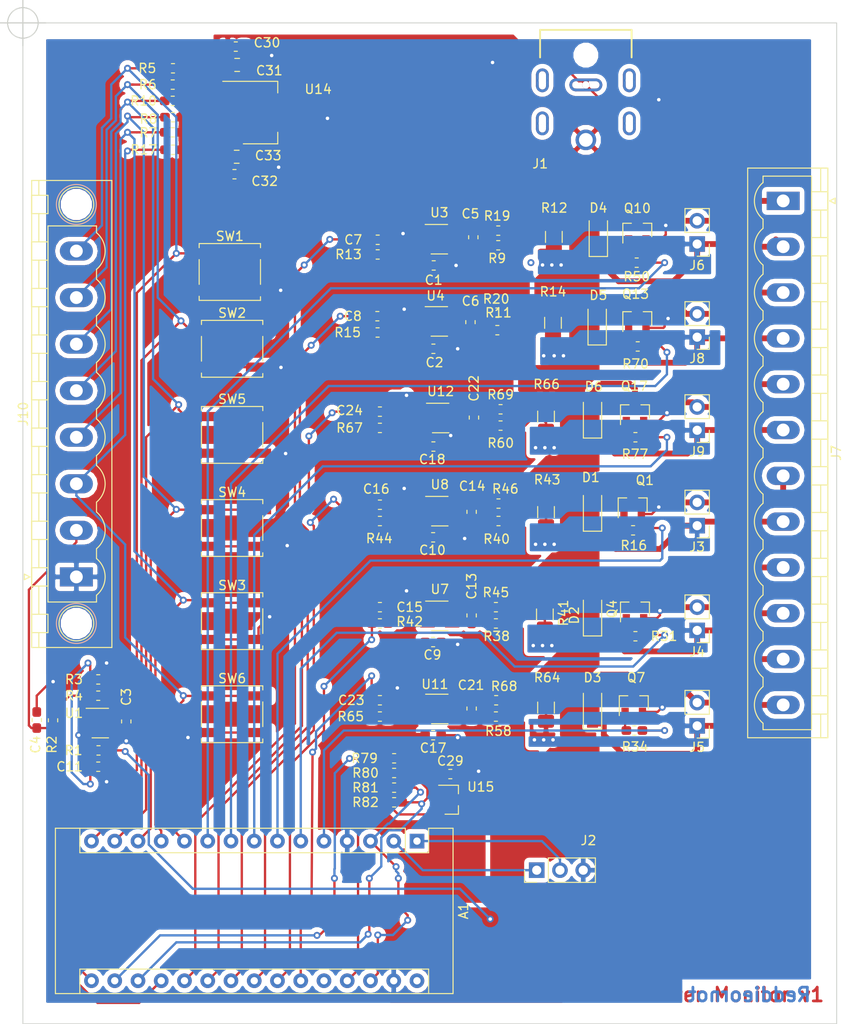
<source format=kicad_pcb>
(kicad_pcb (version 20171130) (host pcbnew "(5.0.0)")
  (title_block (date "jeu. 02 avril 2015"))
  (layers (0 F.Cu signal) (31 B.Cu signal) (34 B.Paste user) (35 F.Paste user) (36 B.SilkS user) (37 F.SilkS user) (38 B.Mask user) (39 F.Mask user) (44 Edge.Cuts user))
  (net 0 "")
  (net 1 /TX)
  (net 2 "Net-(A1-Pad17)")
  (net 3 /RX)
  (net 4 "Net-(A1-Pad18)")
  (net 5 "Net-(A1-Pad28)")
  (net 6 /VALVE_V)
  (net 7 /FWA_CURR)
  (net 8 /FWB_CURR)
  (net 9 /OCD_CURR)
  (net 10 /PUR_CURR)
  (net 11 /EQ_CURR)
  (net 12 /AIR_D_CURR)
  (net 13 "Net-(A1-Pad26)")
  (net 14 /FWA_Hit)
  (net 15 "Net-(A1-Pad27)")
  (net 16 /FWB_Hit)
  (net 17 /OCD_Hit)
  (net 18 /EQ_Hit)
  (net 19 +12V)
  (net 20 /PUR_Hit)
  (net 21 /AIR_D_Hit)
  (net 22 +5V)
  (net 23 "Net-(R82-Pad2)")
  (net 24 GND)
  (net 25 "Net-(Q4-Pad1)")
  (net 26 "Net-(Q1-Pad1)")
  (net 27 "Net-(Q17-Pad1)")
  (net 28 "Net-(Q13-Pad1)")
  (net 29 "Net-(Q10-Pad1)")
  (net 30 "Net-(Q7-Pad1)")
  (net 31 /INPUT_POWER)
  (net 32 "Net-(R44-Pad2)")
  (net 33 "Net-(C13-Pad1)")
  (net 34 "Net-(C14-Pad1)")
  (net 35 "Net-(C6-Pad1)")
  (net 36 "Net-(C22-Pad2)")
  (net 37 "Net-(R15-Pad2)")
  (net 38 "Net-(R13-Pad2)")
  (net 39 "Net-(R42-Pad2)")
  (net 40 "Net-(C5-Pad1)")
  (net 41 "Net-(C13-Pad2)")
  (net 42 "Net-(R65-Pad2)")
  (net 43 "Net-(R67-Pad2)")
  (net 44 "Net-(C21-Pad2)")
  (net 45 "Net-(C6-Pad2)")
  (net 46 "Net-(C14-Pad2)")
  (net 47 "Net-(C5-Pad2)")
  (net 48 "Net-(C21-Pad1)")
  (net 49 "Net-(C22-Pad1)")
  (net 50 /AIR_D_VALVE)
  (net 51 /FWB_VALVE)
  (net 52 /FWA_VALVE)
  (net 53 /OCD_VALVE)
  (net 54 /EQ_VALVE)
  (net 55 /PUR_VALVE)
  (net 56 /FWA_RTN)
  (net 57 /FWB_RTN)
  (net 58 /PUR_RTN)
  (net 59 /EQ_RTN)
  (net 60 /OCD_RTN)
  (net 61 "Net-(C11-Pad1)")
  (net 62 /AIR_D_On)
  (net 63 "Net-(R2-Pad1)")
  (net 64 /OCD_On)
  (net 65 /FWB_On)
  (net 66 "Net-(R4-Pad1)")
  (net 67 /EQ_On)
  (net 68 /Pur_On)
  (net 69 /FWA_On)
  (net 70 /AIR_D_RTN)
  (module Connector_Phoenix_MSTB:PhoenixContact_MSTBV_2,5_8-GF-5,08_1x08_P5.08mm_Vertical_ThreadedFlange_MountHole (layer F.Cu) (at 33.782 99.314 90)
    (fp_text reference J10 (at 17.78 -5.8 90) (layer F.SilkS))
    (fp_text value Conn_01x08)
    (pad 1 thru_hole rect (at 0 0 90) (size 2.08 3.6) (drill 1.4) (layers *.Cu *.Mask) (net 24 GND))
    (pad 2 thru_hole oval (at 5.08 0 90) (size 2.08 3.6) (drill 1.4) (layers *.Cu *.Mask) (net 6 /VALVE_V))
    (pad 3 thru_hole oval (at 10.16 0 90) (size 2.08 3.6) (drill 1.4) (layers *.Cu *.Mask) (net 62 /AIR_D_On))
    (pad 4 thru_hole oval (at 15.24 0 90) (size 2.08 3.6) (drill 1.4) (layers *.Cu *.Mask) (net 65 /FWB_On))
    (pad 5 thru_hole oval (at 20.32 0 90) (size 2.08 3.6) (drill 1.4) (layers *.Cu *.Mask) (net 69 /FWA_On))
    (pad 6 thru_hole oval (at 25.4 0 90) (size 2.08 3.6) (drill 1.4) (layers *.Cu *.Mask) (net 68 /Pur_On))
    (pad 7 thru_hole oval (at 30.48 0 90) (size 2.08 3.6) (drill 1.4) (layers *.Cu *.Mask) (net 67 /EQ_On))
    (pad 8 thru_hole oval (at 35.56 0 90) (size 2.08 3.6) (drill 1.4) (layers *.Cu *.Mask) (net 64 /OCD_On))
    (pad "" np_thru_hole circle (at -5.08 0 90) (size 2.4 2.4) (drill 2.4) (layers *.Cu *.Mask))
    (pad "" np_thru_hole circle (at 40.64 0 90) (size 2.4 2.4) (drill 2.4) (layers *.Cu *.Mask))
  )
  (module Button_Switch_SMD:SW_SPST_EVQP0 (layer F.Cu) (at 50.546 66.04)
    (fp_text reference SW1 (at 0 -3.9) (layer F.SilkS))
    (fp_text value SW_Push)
    (pad 2 smd rect (at 2.88 2) (size 2.75 1) (layers F.Cu F.Paste F.Mask) (net 24 GND))
    (pad 2 smd rect (at -2.88 2) (size 2.75 1) (layers F.Cu F.Paste F.Mask) (net 24 GND))
    (pad 1 smd rect (at -2.88 -2) (size 2.75 1) (layers F.Cu F.Paste F.Mask) (net 64 /OCD_On))
    (pad 1 smd rect (at 2.88 -2) (size 2.75 1) (layers F.Cu F.Paste F.Mask) (net 64 /OCD_On))
  )
  (module Button_Switch_SMD:SW_SPST_EVQP0 (layer F.Cu) (at 50.8 74.422)
    (fp_text reference SW2 (at 0 -3.9) (layer F.SilkS))
    (fp_text value SW_Push)
    (pad 1 smd rect (at 2.88 -2) (size 2.75 1) (layers F.Cu F.Paste F.Mask) (net 67 /EQ_On))
    (pad 1 smd rect (at -2.88 -2) (size 2.75 1) (layers F.Cu F.Paste F.Mask) (net 67 /EQ_On))
    (pad 2 smd rect (at -2.88 2) (size 2.75 1) (layers F.Cu F.Paste F.Mask) (net 24 GND))
    (pad 2 smd rect (at 2.88 2) (size 2.75 1) (layers F.Cu F.Paste F.Mask) (net 24 GND))
  )
  (module Button_Switch_SMD:SW_SPST_EVQP0 (layer F.Cu) (at 50.8 104.14)
    (fp_text reference SW3 (at 0 -3.9) (layer F.SilkS))
    (fp_text value SW_Push)
    (pad 2 smd rect (at 2.88 2) (size 2.75 1) (layers F.Cu F.Paste F.Mask) (net 24 GND))
    (pad 2 smd rect (at -2.88 2) (size 2.75 1) (layers F.Cu F.Paste F.Mask) (net 24 GND))
    (pad 1 smd rect (at -2.88 -2) (size 2.75 1) (layers F.Cu F.Paste F.Mask) (net 65 /FWB_On))
    (pad 1 smd rect (at 2.88 -2) (size 2.75 1) (layers F.Cu F.Paste F.Mask) (net 65 /FWB_On))
  )
  (module Button_Switch_SMD:SW_SPST_EVQP0 (layer F.Cu) (at 50.8 93.98)
    (fp_text reference SW4 (at 0 -3.9) (layer F.SilkS))
    (fp_text value SW_Push)
    (pad 1 smd rect (at 2.88 -2) (size 2.75 1) (layers F.Cu F.Paste F.Mask) (net 69 /FWA_On))
    (pad 1 smd rect (at -2.88 -2) (size 2.75 1) (layers F.Cu F.Paste F.Mask) (net 69 /FWA_On))
    (pad 2 smd rect (at -2.88 2) (size 2.75 1) (layers F.Cu F.Paste F.Mask) (net 24 GND))
    (pad 2 smd rect (at 2.88 2) (size 2.75 1) (layers F.Cu F.Paste F.Mask) (net 24 GND))
  )
  (module Button_Switch_SMD:SW_SPST_EVQP0 (layer F.Cu) (at 50.8 83.82)
    (fp_text reference SW5 (at 0 -3.9) (layer F.SilkS))
    (fp_text value SW_Push)
    (pad 2 smd rect (at 2.88 2) (size 2.75 1) (layers F.Cu F.Paste F.Mask) (net 24 GND))
    (pad 2 smd rect (at -2.88 2) (size 2.75 1) (layers F.Cu F.Paste F.Mask) (net 24 GND))
    (pad 1 smd rect (at -2.88 -2) (size 2.75 1) (layers F.Cu F.Paste F.Mask) (net 68 /Pur_On))
    (pad 1 smd rect (at 2.88 -2) (size 2.75 1) (layers F.Cu F.Paste F.Mask) (net 68 /Pur_On))
  )
  (module Button_Switch_SMD:SW_SPST_EVQP0 (layer F.Cu) (at 50.8 114.3)
    (fp_text reference SW6 (at 0 -3.9) (layer F.SilkS))
    (fp_text value SW_Push)
    (pad 1 smd rect (at 2.88 -2) (size 2.75 1) (layers F.Cu F.Paste F.Mask) (net 62 /AIR_D_On))
    (pad 1 smd rect (at -2.88 -2) (size 2.75 1) (layers F.Cu F.Paste F.Mask) (net 62 /AIR_D_On))
    (pad 2 smd rect (at -2.88 2) (size 2.75 1) (layers F.Cu F.Paste F.Mask) (net 24 GND))
    (pad 2 smd rect (at 2.88 2) (size 2.75 1) (layers F.Cu F.Paste F.Mask) (net 24 GND))
  )
  (module Connector_Phoenix_MSTB:PhoenixContact_MSTBVA_2,5_12-G_1x12_P5.00mm_Vertical (layer F.Cu) (at 110.998 58.284 270)
    (fp_text reference J7 (at 27.5 -5.8 270) (layer F.SilkS))
    (fp_text value Conn_01x12)
    (pad 1 thru_hole rect (at 0 0 270) (size 2 3.6) (drill 1.4) (layers *.Cu *.Mask) (net 60 /OCD_RTN))
    (pad 2 thru_hole oval (at 5 0 270) (size 2 3.6) (drill 1.4) (layers *.Cu *.Mask) (net 53 /OCD_VALVE))
    (pad 3 thru_hole oval (at 10 0 270) (size 2 3.6) (drill 1.4) (layers *.Cu *.Mask) (net 59 /EQ_RTN))
    (pad 4 thru_hole oval (at 15 0 270) (size 2 3.6) (drill 1.4) (layers *.Cu *.Mask) (net 54 /EQ_VALVE))
    (pad 5 thru_hole oval (at 20 0 270) (size 2 3.6) (drill 1.4) (layers *.Cu *.Mask) (net 58 /PUR_RTN))
    (pad 6 thru_hole oval (at 25 0 270) (size 2 3.6) (drill 1.4) (layers *.Cu *.Mask) (net 55 /PUR_VALVE))
    (pad 7 thru_hole oval (at 30 0 270) (size 2 3.6) (drill 1.4) (layers *.Cu *.Mask) (net 56 /FWA_RTN))
    (pad 8 thru_hole oval (at 35 0 270) (size 2 3.6) (drill 1.4) (layers *.Cu *.Mask) (net 52 /FWA_VALVE))
    (pad 9 thru_hole oval (at 40 0 270) (size 2 3.6) (drill 1.4) (layers *.Cu *.Mask) (net 57 /FWB_RTN))
    (pad 10 thru_hole oval (at 45 0 270) (size 2 3.6) (drill 1.4) (layers *.Cu *.Mask) (net 51 /FWB_VALVE))
    (pad 11 thru_hole oval (at 50 0 270) (size 2 3.6) (drill 1.4) (layers *.Cu *.Mask) (net 70 /AIR_D_RTN))
    (pad 12 thru_hole oval (at 55 0 270) (size 2 3.6) (drill 1.4) (layers *.Cu *.Mask) (net 50 /AIR_D_VALVE))
  )
  (module Connector_PinHeader_2.54mm:PinHeader_1x02_P2.54mm_Vertical (layer F.Cu) (at 101.6 115.57 180)
    (fp_text reference J5 (at 0 -2.33 180) (layer F.SilkS))
    (fp_text value Conn_01x02)
    (pad 2 thru_hole oval (at 0 2.54 180) (size 1.7 1.7) (drill 1) (layers *.Cu *.Mask) (net 70 /AIR_D_RTN))
    (pad 1 thru_hole rect (at 0 0 180) (size 1.7 1.7) (drill 1) (layers *.Cu *.Mask) (net 50 /AIR_D_VALVE))
  )
  (module Connector_PinHeader_2.54mm:PinHeader_1x02_P2.54mm_Vertical (layer F.Cu) (at 101.6 93.726 180)
    (fp_text reference J3 (at 0 -2.33 180) (layer F.SilkS))
    (fp_text value Conn_01x02)
    (pad 1 thru_hole rect (at 0 0 180) (size 1.7 1.7) (drill 1) (layers *.Cu *.Mask) (net 52 /FWA_VALVE))
    (pad 2 thru_hole oval (at 0 2.54 180) (size 1.7 1.7) (drill 1) (layers *.Cu *.Mask) (net 56 /FWA_RTN))
  )
  (module Connector_PinHeader_2.54mm:PinHeader_1x02_P2.54mm_Vertical (layer F.Cu) (at 101.6 105.156 180)
    (fp_text reference J4 (at 0 -2.33 180) (layer F.SilkS))
    (fp_text value Conn_01x02)
    (pad 2 thru_hole oval (at 0 2.54 180) (size 1.7 1.7) (drill 1) (layers *.Cu *.Mask) (net 57 /FWB_RTN))
    (pad 1 thru_hole rect (at 0 0 180) (size 1.7 1.7) (drill 1) (layers *.Cu *.Mask) (net 51 /FWB_VALVE))
  )
  (module Connector_PinHeader_2.54mm:PinHeader_1x02_P2.54mm_Vertical (layer F.Cu) (at 101.6 83.312 180)
    (fp_text reference J9 (at 0 -2.33 180) (layer F.SilkS))
    (fp_text value Conn_01x02)
    (pad 1 thru_hole rect (at 0 0 180) (size 1.7 1.7) (drill 1) (layers *.Cu *.Mask) (net 55 /PUR_VALVE))
    (pad 2 thru_hole oval (at 0 2.54 180) (size 1.7 1.7) (drill 1) (layers *.Cu *.Mask) (net 58 /PUR_RTN))
  )
  (module Connector_PinHeader_2.54mm:PinHeader_1x02_P2.54mm_Vertical (layer F.Cu) (at 101.6 73.152 180)
    (fp_text reference J8 (at 0 -2.33 180) (layer F.SilkS))
    (fp_text value Conn_01x02)
    (pad 2 thru_hole oval (at 0 2.54 180) (size 1.7 1.7) (drill 1) (layers *.Cu *.Mask) (net 59 /EQ_RTN))
    (pad 1 thru_hole rect (at 0 0 180) (size 1.7 1.7) (drill 1) (layers *.Cu *.Mask) (net 54 /EQ_VALVE))
  )
  (module Connector_PinHeader_2.54mm:PinHeader_1x02_P2.54mm_Vertical (layer F.Cu) (at 101.6 62.992 180)
    (fp_text reference J6 (at 0 -2.33 180) (layer F.SilkS))
    (fp_text value Conn_01x02)
    (pad 1 thru_hole rect (at 0 0 180) (size 1.7 1.7) (drill 1) (layers *.Cu *.Mask) (net 53 /OCD_VALVE))
    (pad 2 thru_hole oval (at 0 2.54 180) (size 1.7 1.7) (drill 1) (layers *.Cu *.Mask) (net 60 /OCD_RTN))
  )
  (module Diode_SMD:D_SOD-123 (layer F.Cu) (at 90.805 62.102 90)
    (fp_text reference D4 (at 3.047 0 180) (layer F.SilkS))
    (fp_text value D_Schottky)
    (pad 2 smd rect (at 1.65 0 90) (size 0.9 1.2) (layers F.Cu F.Paste F.Mask) (net 60 /OCD_RTN))
    (pad 1 smd rect (at -1.65 0 90) (size 0.9 1.2) (layers F.Cu F.Paste F.Mask) (net 53 /OCD_VALVE))
  )
  (module Diode_SMD:D_SOD-123 (layer F.Cu) (at 90.678 71.756 90)
    (fp_text reference D5 (at 3.176 0.127 180) (layer F.SilkS))
    (fp_text value D_Schottky)
    (pad 1 smd rect (at -1.65 0 90) (size 0.9 1.2) (layers F.Cu F.Paste F.Mask) (net 54 /EQ_VALVE))
    (pad 2 smd rect (at 1.65 0 90) (size 0.9 1.2) (layers F.Cu F.Paste F.Mask) (net 59 /EQ_RTN))
  )
  (module Diode_SMD:D_SOD-123 (layer F.Cu) (at 90.17 81.916 90)
    (fp_text reference D6 (at 3.3665 0.127 180) (layer F.SilkS))
    (fp_text value D_Schottky)
    (pad 2 smd rect (at 1.65 0 90) (size 0.9 1.2) (layers F.Cu F.Paste F.Mask) (net 58 /PUR_RTN))
    (pad 1 smd rect (at -1.65 0 90) (size 0.9 1.2) (layers F.Cu F.Paste F.Mask) (net 55 /PUR_VALVE))
  )
  (module Diode_SMD:D_SOD-123 (layer F.Cu) (at 90.17 113.666 90)
    (fp_text reference D3 (at 3.3665 0 180) (layer F.SilkS))
    (fp_text value D_Schottky)
    (pad 1 smd rect (at -1.65 0 90) (size 0.9 1.2) (layers F.Cu F.Paste F.Mask) (net 50 /AIR_D_VALVE))
    (pad 2 smd rect (at 1.65 0 90) (size 0.9 1.2) (layers F.Cu F.Paste F.Mask) (net 70 /AIR_D_RTN))
  )
  (module Diode_SMD:D_SOD-123 (layer F.Cu) (at 90.17 103.506 90)
    (fp_text reference D2 (at 0 -2 90) (layer F.SilkS))
    (fp_text value D_Schottky)
    (pad 2 smd rect (at 1.65 0 90) (size 0.9 1.2) (layers F.Cu F.Paste F.Mask) (net 57 /FWB_RTN))
    (pad 1 smd rect (at -1.65 0 90) (size 0.9 1.2) (layers F.Cu F.Paste F.Mask) (net 51 /FWB_VALVE))
  )
  (module Diode_SMD:D_SOD-123 (layer F.Cu) (at 90.17 92.076 90)
    (fp_text reference D1 (at 3.6205 -0.1905 180) (layer F.SilkS))
    (fp_text value D_Schottky)
    (pad 1 smd rect (at -1.65 0 90) (size 0.9 1.2) (layers F.Cu F.Paste F.Mask) (net 52 /FWA_VALVE))
    (pad 2 smd rect (at 1.65 0 90) (size 0.9 1.2) (layers F.Cu F.Paste F.Mask) (net 56 /FWA_RTN))
  )
  (module Package_TO_SOT_SMD:SOT-23-5 (layer F.Cu) (at 36.396588 115.266874)
    (fp_text reference U1 (at -2.878 -1.082) (layer F.SilkS))
    (fp_text value OPA333xxDBV)
    (pad 1 smd rect (at -1.1 -0.95) (size 1.06 0.65) (layers F.Cu F.Paste F.Mask) (net 63 "Net-(R2-Pad1)"))
    (pad 2 smd rect (at -1.1 0) (size 1.06 0.65) (layers F.Cu F.Paste F.Mask) (net 24 GND))
    (pad 3 smd rect (at -1.1 0.95) (size 1.06 0.65) (layers F.Cu F.Paste F.Mask) (net 61 "Net-(C11-Pad1)"))
    (pad 4 smd rect (at 1.1 0.95) (size 1.06 0.65) (layers F.Cu F.Paste F.Mask) (net 66 "Net-(R4-Pad1)"))
    (pad 5 smd rect (at 1.1 -0.95) (size 1.06 0.65) (layers F.Cu F.Paste F.Mask) (net 22 +5V))
  )
  (module Connector_BarrelJack:CUI_PJ-082BH (layer F.Cu) (at 89.441 46.128 270)
    (fp_text reference J1 (at 8.101 4.986) (layer F.SilkS) (effects (font (size 1.000441 1.000441))))
    (fp_text value Barrel_Jack)
    (fp_arc (start 4.3 -4.75) (end 4.3 -4.2) (angle -90) (layer B.Cu) (width 0.3))
    (fp_arc (start 4.3 -4.75) (end 4.85 -4.75) (angle -90) (layer B.Cu) (width 0.3))
    (fp_line (start 3.1 -5.3) (end 4.3 -5.3) (layer B.Cu) (width 0.3))
    (fp_arc (start 3.1 -4.75) (end 3.1 -5.3) (angle -90) (layer B.Cu) (width 0.3))
    (fp_arc (start 3.1 -4.75) (end 2.55 -4.75) (angle -90) (layer B.Cu) (width 0.3))
    (fp_line (start 4.3 -4.2) (end 3.1 -4.2) (layer B.Cu) (width 0.3))
    (fp_arc (start 4.3 -4.75) (end 4.3 -4.2) (angle -90) (layer F.Cu) (width 0.3))
    (fp_arc (start 4.3 -4.75) (end 4.85 -4.75) (angle -90) (layer F.Cu) (width 0.3))
    (fp_line (start 3.1 -5.3) (end 4.3 -5.3) (layer F.Cu) (width 0.3))
    (fp_arc (start 3.1 -4.75) (end 3.1 -5.3) (angle -90) (layer F.Cu) (width 0.3))
    (fp_arc (start 3.1 -4.75) (end 2.55 -4.75) (angle -90) (layer F.Cu) (width 0.3))
    (fp_line (start 4.3 -4.2) (end 3.1 -4.2) (layer F.Cu) (width 0.3))
    (fp_line (start 4.3 -4.35) (end 3.1 -4.35) (layer Edge.Cuts) (width 0.001))
    (fp_arc (start 4.3 -4.75) (end 4.3 -4.35) (angle -90) (layer Edge.Cuts) (width 0.001))
    (fp_arc (start 4.3 -4.75) (end 4.7 -4.75) (angle -90) (layer Edge.Cuts) (width 0.001))
    (fp_line (start 3.1 -5.15) (end 4.3 -5.15) (layer Edge.Cuts) (width 0.001))
    (fp_arc (start 3.1 -4.75) (end 3.1 -5.15) (angle -90) (layer Edge.Cuts) (width 0.001))
    (fp_arc (start 3.1 -4.75) (end 2.7 -4.75) (angle -90) (layer Edge.Cuts) (width 0.001))
    (fp_arc (start 4.3 4.75) (end 4.3 5.3) (angle -90) (layer B.Cu) (width 0.3))
    (fp_arc (start 4.3 4.75) (end 4.85 4.75) (angle -90) (layer B.Cu) (width 0.3))
    (fp_line (start 3.1 4.2) (end 4.3 4.2) (layer B.Cu) (width 0.3))
    (fp_arc (start 3.1 4.75) (end 3.1 4.2) (angle -90) (layer B.Cu) (width 0.3))
    (fp_arc (start 3.1 4.75) (end 2.55 4.75) (angle -90) (layer B.Cu) (width 0.3))
    (fp_line (start 4.3 5.3) (end 3.1 5.3) (layer B.Cu) (width 0.3))
    (fp_arc (start 4.3 4.75) (end 4.3 5.3) (angle -90) (layer F.Cu) (width 0.3))
    (fp_arc (start 4.3 4.75) (end 4.85 4.75) (angle -90) (layer F.Cu) (width 0.3))
    (fp_line (start 3.1 4.2) (end 4.3 4.2) (layer F.Cu) (width 0.3))
    (fp_arc (start 3.1 4.75) (end 3.1 4.2) (angle -90) (layer F.Cu) (width 0.3))
    (fp_arc (start 3.1 4.75) (end 2.55 4.75) (angle -90) (layer F.Cu) (width 0.3))
    (fp_line (start 4.3 5.3) (end 3.1 5.3) (layer F.Cu) (width 0.3))
    (fp_line (start 4.3 5.15) (end 3.1 5.15) (layer Edge.Cuts) (width 0.001))
    (fp_arc (start 4.3 4.75) (end 4.3 5.15) (angle -90) (layer Edge.Cuts) (width 0.001))
    (fp_arc (start 4.3 4.75) (end 4.7 4.75) (angle -90) (layer Edge.Cuts) (width 0.001))
    (fp_line (start 3.1 4.35) (end 4.3 4.35) (layer Edge.Cuts) (width 0.001))
    (fp_arc (start 3.1 4.75) (end 3.1 4.35) (angle -90) (layer Edge.Cuts) (width 0.001))
    (fp_arc (start 3.1 4.75) (end 2.7 4.75) (angle -90) (layer Edge.Cuts) (width 0.001))
    (fp_arc (start -0.4 -4.75) (end -0.4 -4.2) (angle -90) (layer B.Cu) (width 0.3))
    (fp_arc (start -0.4 -4.75) (end 0.15 -4.75) (angle -90) (layer B.Cu) (width 0.3))
    (fp_line (start -1.6 -5.3) (end -0.4 -5.3) (layer B.Cu) (width 0.3))
    (fp_arc (start -1.6 -4.75) (end -1.6 -5.3) (angle -90) (layer B.Cu) (width 0.3))
    (fp_arc (start -1.6 -4.75) (end -2.15 -4.75) (angle -90) (layer B.Cu) (width 0.3))
    (fp_line (start -0.4 -4.2) (end -1.6 -4.2) (layer B.Cu) (width 0.3))
    (fp_arc (start -0.4 -4.75) (end -0.4 -4.2) (angle -90) (layer F.Cu) (width 0.3))
    (fp_arc (start -0.4 -4.75) (end 0.15 -4.75) (angle -90) (layer F.Cu) (width 0.3))
    (fp_line (start -1.6 -5.3) (end -0.4 -5.3) (layer F.Cu) (width 0.3))
    (fp_arc (start -1.6 -4.75) (end -1.6 -5.3) (angle -90) (layer F.Cu) (width 0.3))
    (fp_arc (start -1.6 -4.75) (end -2.15 -4.75) (angle -90) (layer F.Cu) (width 0.3))
    (fp_line (start -0.4 -4.2) (end -1.6 -4.2) (layer F.Cu) (width 0.3))
    (fp_line (start -0.4 -4.35) (end -1.6 -4.35) (layer Edge.Cuts) (width 0.001))
    (fp_arc (start -0.4 -4.75) (end -0.4 -4.35) (angle -90) (layer Edge.Cuts) (width 0.001))
    (fp_arc (start -0.4 -4.75) (end 0 -4.75) (angle -90) (layer Edge.Cuts) (width 0.001))
    (fp_line (start -1.6 -5.15) (end -0.4 -5.15) (layer Edge.Cuts) (width 0.001))
    (fp_arc (start -1.6 -4.75) (end -1.6 -5.15) (angle -90) (layer Edge.Cuts) (width 0.001))
    (fp_arc (start -1.6 -4.75) (end -2 -4.75) (angle -90) (layer Edge.Cuts) (width 0.001))
    (fp_arc (start -0.5 -1.1) (end 0.05 -1.1) (angle -90) (layer B.Cu) (width 0.3))
    (fp_arc (start -0.5 -1.1) (end -0.5 -1.65) (angle -90) (layer B.Cu) (width 0.3))
    (fp_line (start -1.05 1.1) (end -1.05 -1.1) (layer B.Cu) (width 0.3))
    (fp_arc (start -0.5 1.1) (end -1.05 1.1) (angle -90) (layer B.Cu) (width 0.3))
    (fp_arc (start -0.5 1.1) (end -0.5 1.65) (angle -90) (layer B.Cu) (width 0.3))
    (fp_line (start 0.05 -1.1) (end 0.05 1.1) (layer B.Cu) (width 0.3))
    (fp_arc (start -0.5 -1.1) (end 0.05 -1.1) (angle -90) (layer F.Cu) (width 0.3))
    (fp_arc (start -0.5 -1.1) (end -0.5 -1.65) (angle -90) (layer F.Cu) (width 0.3))
    (fp_line (start -1.05 1.1) (end -1.05 -1.1) (layer F.Cu) (width 0.3))
    (fp_arc (start -0.5 1.1) (end -1.05 1.1) (angle -90) (layer F.Cu) (width 0.3))
    (fp_arc (start -0.5 1.1) (end -0.5 1.65) (angle -90) (layer F.Cu) (width 0.3))
    (fp_line (start 0.05 -1.1) (end 0.05 1.1) (layer F.Cu) (width 0.3))
    (fp_line (start -0.1 -1.1) (end -0.1 1.1) (layer Edge.Cuts) (width 0.001))
    (fp_arc (start -0.5 -1.1) (end -0.1 -1.1) (angle -90) (layer Edge.Cuts) (width 0.001))
    (fp_arc (start -0.5 -1.1) (end -0.5 -1.5) (angle -90) (layer Edge.Cuts) (width 0.001))
    (fp_line (start -0.9 1.1) (end -0.9 -1.1) (layer Edge.Cuts) (width 0.001))
    (fp_arc (start -0.5 1.1) (end -0.9 1.1) (angle -90) (layer Edge.Cuts) (width 0.001))
    (fp_arc (start -0.5 1.1) (end -0.5 1.5) (angle -90) (layer Edge.Cuts) (width 0.001))
    (fp_arc (start -0.4 4.75) (end -0.4 5.3) (angle -90) (layer B.Cu) (width 0.3))
    (fp_arc (start -0.4 4.75) (end 0.15 4.75) (angle -90) (layer B.Cu) (width 0.3))
    (fp_line (start -1.6 4.2) (end -0.4 4.2) (layer B.Cu) (width 0.3))
    (fp_arc (start -1.6 4.75) (end -1.6 4.2) (angle -90) (layer B.Cu) (width 0.3))
    (fp_arc (start -1.6 4.75) (end -2.15 4.75) (angle -90) (layer B.Cu) (width 0.3))
    (fp_line (start -0.4 5.3) (end -1.6 5.3) (layer B.Cu) (width 0.3))
    (fp_arc (start -0.4 4.75) (end -0.4 5.3) (angle -90) (layer F.Cu) (width 0.3))
    (fp_arc (start -0.4 4.75) (end 0.15 4.75) (angle -90) (layer F.Cu) (width 0.3))
    (fp_line (start -1.6 4.2) (end -0.4 4.2) (layer F.Cu) (width 0.3))
    (fp_arc (start -1.6 4.75) (end -1.6 4.2) (angle -90) (layer F.Cu) (width 0.3))
    (fp_arc (start -1.6 4.75) (end -2.15 4.75) (angle -90) (layer F.Cu) (width 0.3))
    (fp_line (start -0.4 5.3) (end -1.6 5.3) (layer F.Cu) (width 0.3))
    (fp_line (start -0.4 5.15) (end -1.6 5.15) (layer Edge.Cuts) (width 0.001))
    (fp_arc (start -0.4 4.75) (end -0.4 5.15) (angle -90) (layer Edge.Cuts) (width 0.001))
    (fp_arc (start -0.4 4.75) (end 0 4.75) (angle -90) (layer Edge.Cuts) (width 0.001))
    (fp_line (start -1.6 4.35) (end -0.4 4.35) (layer Edge.Cuts) (width 0.001))
    (fp_arc (start -1.6 4.75) (end -1.6 4.35) (angle -90) (layer Edge.Cuts) (width 0.001))
    (fp_arc (start -1.6 4.75) (end -2 4.75) (angle -90) (layer Edge.Cuts) (width 0.001))
    (pad 2 smd rect (at -1 -0.2 270) (size 0.1 0.635) (layers F.Cu F.Paste F.Mask) (net 24 GND))
    (pad None np_thru_hole circle (at -3.75 0 270) (size 1.7 1.7) (drill 1.7) (layers *.Cu *.Mask))
    (pad 1 thru_hole circle (at 5.5 0 270) (size 2.25 2.25) (drill 1.5) (layers *.Cu *.Mask) (net 31 /INPUT_POWER))
    (pad None np_thru_hole circle (at 3.7 -4.75 270) (size 0.8 0.8) (drill 0.8) (layers *.Cu *.Mask))
    (pad None np_thru_hole circle (at 3.7 4.75 270) (size 0.8 0.8) (drill 0.8) (layers *.Cu *.Mask))
    (pad None np_thru_hole circle (at -1 -4.75 270) (size 0.8 0.8) (drill 0.8) (layers *.Cu *.Mask))
    (pad 2 thru_hole circle (at -0.5 0 270) (size 0.8 0.8) (drill 0.8) (layers *.Cu *.Mask) (net 24 GND))
    (pad None np_thru_hole circle (at -1 4.75 270) (size 0.8 0.8) (drill 0.8) (layers *.Cu *.Mask))
  )
  (module Package_TO_SOT_SMD:SOT-23 (layer F.Cu) (at 95.062 71.136 90)
    (fp_text reference Q13 (at 2.683 -0.193 180) (layer F.SilkS))
    (fp_text value 2N7002)
    (pad 3 smd rect (at 1 0 90) (size 0.9 0.8) (layers F.Cu F.Paste F.Mask) (net 59 /EQ_RTN))
    (pad 2 smd rect (at -1 0.95 90) (size 0.9 0.8) (layers F.Cu F.Paste F.Mask) (net 24 GND))
    (pad 1 smd rect (at -1 -0.95 90) (size 0.9 0.8) (layers F.Cu F.Paste F.Mask) (net 28 "Net-(Q13-Pad1)"))
  )
  (module Package_TO_SOT_SMD:SOT-23-5_HandSoldering (layer F.Cu) (at 73.436 71.435)
    (fp_text reference U4 (at -0.411 -2.79) (layer F.SilkS))
    (fp_text value INA186)
    (pad 5 smd rect (at 1.35 -0.95) (size 1.56 0.65) (layers F.Cu F.Paste F.Mask) (net 45 "Net-(C6-Pad2)"))
    (pad 4 smd rect (at 1.35 0.95) (size 1.56 0.65) (layers F.Cu F.Paste F.Mask) (net 35 "Net-(C6-Pad1)"))
    (pad 3 smd rect (at -1.35 0.95) (size 1.56 0.65) (layers F.Cu F.Paste F.Mask) (net 22 +5V))
    (pad 2 smd rect (at -1.35 0) (size 1.56 0.65) (layers F.Cu F.Paste F.Mask) (net 37 "Net-(R15-Pad2)"))
    (pad 1 smd rect (at -1.35 -0.95) (size 1.56 0.65) (layers F.Cu F.Paste F.Mask) (net 24 GND))
  )
  (module Resistor_SMD:R_1206_3216Metric_Pad1.42x1.75mm_HandSolder (layer F.Cu) (at 85.852 71.5915 90)
    (fp_text reference R14 (at 3.3925 0 180) (layer F.SilkS))
    (fp_text value R)
    (pad 1 smd roundrect (at -1.4875 0 90) (size 1.425 1.75) (layers F.Cu F.Paste F.Mask) (roundrect_rratio 0.175439) (net 54 /EQ_VALVE))
    (pad 2 smd roundrect (at 1.4875 0 90) (size 1.425 1.75) (layers F.Cu F.Paste F.Mask) (roundrect_rratio 0.175439) (net 31 /INPUT_POWER))
  )
  (module Resistor_SMD:R_0603_1608Metric_Pad1.05x0.95mm_HandSolder (layer F.Cu) (at 79.77 70.485 180)
    (fp_text reference R20 (at 0.125 1.5 180) (layer F.SilkS))
    (fp_text value R)
    (pad 2 smd roundrect (at 0.875 0 180) (size 1.05 0.95) (layers F.Cu F.Paste F.Mask) (net 45 "Net-(C6-Pad2)"))
    (pad 1 smd roundrect (at -0.875 0 180) (size 1.05 0.95) (layers F.Cu F.Paste F.Mask) (net 31 /INPUT_POWER))
  )
  (module Capacitor_SMD:C_0603_1608Metric_Pad1.05x0.95mm_HandSolder (layer F.Cu) (at 72.785 74.422)
    (fp_text reference C2 (at 0.125 1.5) (layer F.SilkS))
    (fp_text value C)
    (pad 2 smd roundrect (at 0.875 0) (size 1.05 0.95) (layers F.Cu F.Paste F.Mask) (net 24 GND))
    (pad 1 smd roundrect (at -0.875 0) (size 1.05 0.95) (layers F.Cu F.Paste F.Mask) (net 22 +5V))
  )
  (module Capacitor_SMD:C_0603_1608Metric_Pad1.05x0.95mm_HandSolder (layer F.Cu) (at 29.454588 114.932874 90)
    (fp_text reference C4 (at -2.681 -0.127 -90) (layer F.SilkS))
    (fp_text value C)
    (pad 2 smd roundrect (at 0.875 0 90) (size 1.05 0.95) (layers F.Cu F.Paste F.Mask) (net 24 GND))
    (pad 1 smd roundrect (at -0.875 0 90) (size 1.05 0.95) (layers F.Cu F.Paste F.Mask) (net 6 /VALVE_V))
  )
  (module Capacitor_SMD:C_0603_1608Metric_Pad1.05x0.95mm_HandSolder (layer F.Cu) (at 76.835 71.515 90)
    (fp_text reference C6 (at 2.3 0.02 -180) (layer F.SilkS))
    (fp_text value C)
    (pad 2 smd roundrect (at 0.875 0 90) (size 1.05 0.95) (layers F.Cu F.Paste F.Mask) (net 45 "Net-(C6-Pad2)"))
    (pad 1 smd roundrect (at -0.875 0 90) (size 1.05 0.95) (layers F.Cu F.Paste F.Mask) (net 35 "Net-(C6-Pad1)"))
  )
  (module Capacitor_SMD:C_0603_1608Metric_Pad1.05x0.95mm_HandSolder (layer F.Cu) (at 66.661 70.866)
    (fp_text reference C8 (at -2.675 0) (layer F.SilkS))
    (fp_text value C)
    (pad 2 smd roundrect (at 0.875 0) (size 1.05 0.95) (layers F.Cu F.Paste F.Mask) (net 24 GND))
    (pad 1 smd roundrect (at -0.875 0) (size 1.05 0.95) (layers F.Cu F.Paste F.Mask) (net 11 /EQ_CURR))
  )
  (module Resistor_SMD:R_0603_1608Metric_Pad1.05x0.95mm_HandSolder (layer F.Cu) (at 79.77 72.39 180)
    (fp_text reference R11 (at -0.125 1.905) (layer F.SilkS))
    (fp_text value R)
    (pad 2 smd roundrect (at 0.875 0 180) (size 1.05 0.95) (layers F.Cu F.Paste F.Mask) (net 35 "Net-(C6-Pad1)"))
    (pad 1 smd roundrect (at -0.875 0 180) (size 1.05 0.95) (layers F.Cu F.Paste F.Mask) (net 54 /EQ_VALVE))
  )
  (module Resistor_SMD:R_0603_1608Metric_Pad1.05x0.95mm_HandSolder (layer F.Cu) (at 66.689 72.644)
    (fp_text reference R15 (at -3.275 0) (layer F.SilkS))
    (fp_text value R)
    (pad 2 smd roundrect (at 0.875 0) (size 1.05 0.95) (layers F.Cu F.Paste F.Mask) (net 37 "Net-(R15-Pad2)"))
    (pad 1 smd roundrect (at -0.875 0) (size 1.05 0.95) (layers F.Cu F.Paste F.Mask) (net 11 /EQ_CURR))
  )
  (module Resistor_SMD:R_0603_1608Metric_Pad1.05x0.95mm_HandSolder (layer F.Cu) (at 36.171588 112.279874 180)
    (fp_text reference R4 (at 2.653 0 180) (layer F.SilkS))
    (fp_text value R)
    (pad 2 smd roundrect (at 0.875 0 180) (size 1.05 0.95) (layers F.Cu F.Paste F.Mask) (net 63 "Net-(R2-Pad1)"))
    (pad 1 smd roundrect (at -0.875 0 180) (size 1.05 0.95) (layers F.Cu F.Paste F.Mask) (net 66 "Net-(R4-Pad1)"))
  )
  (module Resistor_SMD:R_0603_1608Metric_Pad1.05x0.95mm_HandSolder (layer F.Cu) (at 31.232588 114.960874 270)
    (fp_text reference R2 (at 2.653 0.127 270) (layer F.SilkS))
    (fp_text value R)
    (pad 2 smd roundrect (at 0.875 0 270) (size 1.05 0.95) (layers F.Cu F.Paste F.Mask) (net 6 /VALVE_V))
    (pad 1 smd roundrect (at -0.875 0 270) (size 1.05 0.95) (layers F.Cu F.Paste F.Mask) (net 63 "Net-(R2-Pad1)"))
  )
  (module Resistor_SMD:R_0603_1608Metric_Pad1.05x0.95mm_HandSolder (layer F.Cu) (at 44.309 47.371)
    (fp_text reference R10 (at -3.189 0) (layer F.SilkS))
    (fp_text value R)
    (pad 2 smd roundrect (at 0.875 0) (size 1.05 0.95) (layers F.Cu F.Paste F.Mask) (net 22 +5V))
    (pad 1 smd roundrect (at -0.875 0) (size 1.05 0.95) (layers F.Cu F.Paste F.Mask) (net 68 /Pur_On))
  )
  (module Capacitor_SMD:C_0603_1608Metric_Pad1.05x0.95mm_HandSolder (layer F.Cu) (at 51.199 41.447)
    (fp_text reference C30 (at 3.411 -0.426) (layer F.SilkS))
    (fp_text value C)
    (pad 1 smd roundrect (at -0.875 0) (size 1.05 0.95) (layers F.Cu F.Paste F.Mask) (net 31 /INPUT_POWER))
    (pad 2 smd roundrect (at 0.875 0) (size 1.05 0.95) (layers F.Cu F.Paste F.Mask) (net 24 GND))
  )
  (module Resistor_SMD:R_1206_3216Metric_Pad1.42x1.75mm_HandSolder (layer F.Cu) (at 84.963 103.4145 90)
    (fp_text reference R41 (at 0.1635 2.032 90) (layer F.SilkS))
    (fp_text value R)
    (pad 1 smd roundrect (at -1.4875 0 90) (size 1.425 1.75) (layers F.Cu F.Paste F.Mask) (roundrect_rratio 0.175439) (net 51 /FWB_VALVE))
    (pad 2 smd roundrect (at 1.4875 0 90) (size 1.425 1.75) (layers F.Cu F.Paste F.Mask) (roundrect_rratio 0.175439) (net 31 /INPUT_POWER))
  )
  (module Resistor_SMD:R_1206_3216Metric_Pad1.42x1.75mm_HandSolder (layer F.Cu) (at 85.09 113.5745 90)
    (fp_text reference R64 (at 3.275 0.127 180) (layer F.SilkS))
    (fp_text value R)
    (pad 2 smd roundrect (at 1.4875 0 90) (size 1.425 1.75) (layers F.Cu F.Paste F.Mask) (roundrect_rratio 0.175439) (net 31 /INPUT_POWER))
    (pad 1 smd roundrect (at -1.4875 0 90) (size 1.425 1.75) (layers F.Cu F.Paste F.Mask) (roundrect_rratio 0.175439) (net 50 /AIR_D_VALVE))
  )
  (module Resistor_SMD:R_1206_3216Metric_Pad1.42x1.75mm_HandSolder (layer F.Cu) (at 85.946 62.2145 90)
    (fp_text reference R12 (at 3.1595 0.033 180) (layer F.SilkS))
    (fp_text value R)
    (pad 1 smd roundrect (at -1.4875 0 90) (size 1.425 1.75) (layers F.Cu F.Paste F.Mask) (roundrect_rratio 0.175439) (net 53 /OCD_VALVE))
    (pad 2 smd roundrect (at 1.4875 0 90) (size 1.425 1.75) (layers F.Cu F.Paste F.Mask) (roundrect_rratio 0.175439) (net 31 /INPUT_POWER))
  )
  (module Resistor_SMD:R_1206_3216Metric_Pad1.42x1.75mm_HandSolder (layer F.Cu) (at 85.09 81.8245 90)
    (fp_text reference R66 (at 3.529 0.0635 180) (layer F.SilkS))
    (fp_text value R)
    (pad 2 smd roundrect (at 1.4875 0 90) (size 1.425 1.75) (layers F.Cu F.Paste F.Mask) (roundrect_rratio 0.175439) (net 31 /INPUT_POWER))
    (pad 1 smd roundrect (at -1.4875 0 90) (size 1.425 1.75) (layers F.Cu F.Paste F.Mask) (roundrect_rratio 0.175439) (net 55 /PUR_VALVE))
  )
  (module Resistor_SMD:R_1206_3216Metric_Pad1.42x1.75mm_HandSolder (layer F.Cu) (at 85.09 92.2385 90)
    (fp_text reference R43 (at 3.529 0.127 180) (layer F.SilkS))
    (fp_text value R)
    (pad 1 smd roundrect (at -1.4875 0 90) (size 1.425 1.75) (layers F.Cu F.Paste F.Mask) (roundrect_rratio 0.175439) (net 52 /FWA_VALVE))
    (pad 2 smd roundrect (at 1.4875 0 90) (size 1.425 1.75) (layers F.Cu F.Paste F.Mask) (roundrect_rratio 0.175439) (net 31 /INPUT_POWER))
  )
  (module Package_TO_SOT_SMD:SOT-23-5_HandSoldering (layer F.Cu) (at 73.486 103.566)
    (fp_text reference U7 (at 0 -2.9) (layer F.SilkS))
    (fp_text value INA186)
    (pad 5 smd rect (at 1.35 -0.95) (size 1.56 0.65) (layers F.Cu F.Paste F.Mask) (net 41 "Net-(C13-Pad2)"))
    (pad 4 smd rect (at 1.35 0.95) (size 1.56 0.65) (layers F.Cu F.Paste F.Mask) (net 33 "Net-(C13-Pad1)"))
    (pad 3 smd rect (at -1.35 0.95) (size 1.56 0.65) (layers F.Cu F.Paste F.Mask) (net 22 +5V))
    (pad 2 smd rect (at -1.35 0) (size 1.56 0.65) (layers F.Cu F.Paste F.Mask) (net 39 "Net-(R42-Pad2)"))
    (pad 1 smd rect (at -1.35 -0.95) (size 1.56 0.65) (layers F.Cu F.Paste F.Mask) (net 24 GND))
  )
  (module Package_TO_SOT_SMD:SOT-23-5_HandSoldering (layer F.Cu) (at 73.436 62.465)
    (fp_text reference U3 (at 0 -2.9) (layer F.SilkS))
    (fp_text value INA186)
    (pad 1 smd rect (at -1.35 -0.95) (size 1.56 0.65) (layers F.Cu F.Paste F.Mask) (net 24 GND))
    (pad 2 smd rect (at -1.35 0) (size 1.56 0.65) (layers F.Cu F.Paste F.Mask) (net 38 "Net-(R13-Pad2)"))
    (pad 3 smd rect (at -1.35 0.95) (size 1.56 0.65) (layers F.Cu F.Paste F.Mask) (net 22 +5V))
    (pad 4 smd rect (at 1.35 0.95) (size 1.56 0.65) (layers F.Cu F.Paste F.Mask) (net 40 "Net-(C5-Pad1)"))
    (pad 5 smd rect (at 1.35 -0.95) (size 1.56 0.65) (layers F.Cu F.Paste F.Mask) (net 47 "Net-(C5-Pad2)"))
  )
  (module Package_TO_SOT_SMD:SOT-23-5_HandSoldering (layer F.Cu) (at 73.486 92.141)
    (fp_text reference U8 (at 0 -2.9) (layer F.SilkS))
    (fp_text value INA186)
    (pad 1 smd rect (at -1.35 -0.95) (size 1.56 0.65) (layers F.Cu F.Paste F.Mask) (net 24 GND))
    (pad 2 smd rect (at -1.35 0) (size 1.56 0.65) (layers F.Cu F.Paste F.Mask) (net 32 "Net-(R44-Pad2)"))
    (pad 3 smd rect (at -1.35 0.95) (size 1.56 0.65) (layers F.Cu F.Paste F.Mask) (net 22 +5V))
    (pad 4 smd rect (at 1.35 0.95) (size 1.56 0.65) (layers F.Cu F.Paste F.Mask) (net 34 "Net-(C14-Pad1)"))
    (pad 5 smd rect (at 1.35 -0.95) (size 1.56 0.65) (layers F.Cu F.Paste F.Mask) (net 46 "Net-(C14-Pad2)"))
  )
  (module Package_TO_SOT_SMD:SOT-23-5_HandSoldering (layer F.Cu) (at 73.486 113.726)
    (fp_text reference U11 (at -0.536 -2.696) (layer F.SilkS))
    (fp_text value INA186)
    (pad 5 smd rect (at 1.35 -0.95) (size 1.56 0.65) (layers F.Cu F.Paste F.Mask) (net 44 "Net-(C21-Pad2)"))
    (pad 4 smd rect (at 1.35 0.95) (size 1.56 0.65) (layers F.Cu F.Paste F.Mask) (net 48 "Net-(C21-Pad1)"))
    (pad 3 smd rect (at -1.35 0.95) (size 1.56 0.65) (layers F.Cu F.Paste F.Mask) (net 22 +5V))
    (pad 2 smd rect (at -1.35 0) (size 1.56 0.65) (layers F.Cu F.Paste F.Mask) (net 42 "Net-(R65-Pad2)"))
    (pad 1 smd rect (at -1.35 -0.95) (size 1.56 0.65) (layers F.Cu F.Paste F.Mask) (net 24 GND))
  )
  (module Package_TO_SOT_SMD:SOT-23-5_HandSoldering (layer F.Cu) (at 73.58 81.976)
    (fp_text reference U12 (at 0 -2.9) (layer F.SilkS))
    (fp_text value INA186)
    (pad 1 smd rect (at -1.35 -0.95) (size 1.56 0.65) (layers F.Cu F.Paste F.Mask) (net 24 GND))
    (pad 2 smd rect (at -1.35 0) (size 1.56 0.65) (layers F.Cu F.Paste F.Mask) (net 43 "Net-(R67-Pad2)"))
    (pad 3 smd rect (at -1.35 0.95) (size 1.56 0.65) (layers F.Cu F.Paste F.Mask) (net 22 +5V))
    (pad 4 smd rect (at 1.35 0.95) (size 1.56 0.65) (layers F.Cu F.Paste F.Mask) (net 49 "Net-(C22-Pad1)"))
    (pad 5 smd rect (at 1.35 -0.95) (size 1.56 0.65) (layers F.Cu F.Paste F.Mask) (net 36 "Net-(C22-Pad2)"))
  )
  (module Capacitor_SMD:C_0603_1608Metric_Pad1.05x0.95mm_HandSolder (layer F.Cu) (at 51.054 55.372)
    (fp_text reference C32 (at 3.302 0.762) (layer F.SilkS))
    (fp_text value C)
    (pad 1 smd roundrect (at -0.875 0) (size 1.05 0.95) (layers F.Cu F.Paste F.Mask) (net 22 +5V))
    (pad 2 smd roundrect (at 0.875 0) (size 1.05 0.95) (layers F.Cu F.Paste F.Mask) (net 24 GND))
  )
  (module Capacitor_SMD:C_0805_2012Metric_Pad1.15x1.40mm_HandSolder (layer F.Cu) (at 51.349 43.447)
    (fp_text reference C31 (at 3.515 0.622) (layer F.SilkS))
    (fp_text value C)
    (pad 2 smd roundrect (at 1.025 0) (size 1.15 1.4) (layers F.Cu F.Paste F.Mask) (roundrect_rratio 0.217391) (net 24 GND))
    (pad 1 smd roundrect (at -1.025 0) (size 1.15 1.4) (layers F.Cu F.Paste F.Mask) (roundrect_rratio 0.217391) (net 31 /INPUT_POWER))
  )
  (module Capacitor_SMD:C_0805_2012Metric_Pad1.15x1.40mm_HandSolder (layer F.Cu) (at 51.299 53.467)
    (fp_text reference C33 (at 3.438 -0.127) (layer F.SilkS))
    (fp_text value C)
    (pad 1 smd roundrect (at -1.025 0) (size 1.15 1.4) (layers F.Cu F.Paste F.Mask) (roundrect_rratio 0.217391) (net 22 +5V))
    (pad 2 smd roundrect (at 1.025 0) (size 1.15 1.4) (layers F.Cu F.Paste F.Mask) (roundrect_rratio 0.217391) (net 24 GND))
  )
  (module Package_TO_SOT_SMD:SOT-223 (layer F.Cu) (at 53.874 48.647)
    (fp_text reference U14 (at 6.324 -2.546) (layer F.SilkS))
    (fp_text value LM340_SOT223)
    (pad 4 smd rect (at 3.15 0) (size 2 3.8) (layers F.Cu F.Paste F.Mask) (net 24 GND))
    (pad 2 smd rect (at -3.15 0) (size 2 1.5) (layers F.Cu F.Paste F.Mask) (net 24 GND))
    (pad 3 smd rect (at -3.15 2.3) (size 2 1.5) (layers F.Cu F.Paste F.Mask) (net 22 +5V))
    (pad 1 smd rect (at -3.15 -2.3) (size 2 1.5) (layers F.Cu F.Paste F.Mask) (net 31 /INPUT_POWER))
  )
  (module Package_TO_SOT_SMD:SOT-23 (layer F.Cu) (at 74.759 123.629)
    (fp_text reference U15 (at 3.2 -1.4) (layer F.SilkS))
    (fp_text value REF3033)
    (pad 1 smd rect (at -1 -0.95) (size 0.9 0.8) (layers F.Cu F.Paste F.Mask) (net 22 +5V))
    (pad 2 smd rect (at -1 0.95) (size 0.9 0.8) (layers F.Cu F.Paste F.Mask) (net 23 "Net-(R82-Pad2)"))
    (pad 3 smd rect (at 1 0) (size 0.9 0.8) (layers F.Cu F.Paste F.Mask) (net 24 GND))
  )
  (module Resistor_SMD:R_0603_1608Metric_Pad1.05x0.95mm_HandSolder (layer F.Cu) (at 66.943 104.394)
    (fp_text reference R42 (at 3.251 -0.191) (layer F.SilkS))
    (fp_text value R)
    (pad 2 smd roundrect (at 0.875 0) (size 1.05 0.95) (layers F.Cu F.Paste F.Mask) (net 39 "Net-(R42-Pad2)"))
    (pad 1 smd roundrect (at -0.875 0) (size 1.05 0.95) (layers F.Cu F.Paste F.Mask) (net 8 /FWB_CURR))
  )
  (module Resistor_SMD:R_0603_1608Metric_Pad1.05x0.95mm_HandSolder (layer F.Cu) (at 94.996 65.024)
    (fp_text reference R50 (at 0 1.524) (layer F.SilkS))
    (fp_text value R)
    (pad 2 smd roundrect (at 0.875 0) (size 1.05 0.95) (layers F.Cu F.Paste F.Mask) (net 17 /OCD_Hit))
    (pad 1 smd roundrect (at -0.875 0) (size 1.05 0.95) (layers F.Cu F.Paste F.Mask) (net 29 "Net-(Q10-Pad1)"))
  )
  (module Resistor_SMD:R_0603_1608Metric_Pad1.05x0.95mm_HandSolder (layer F.Cu) (at 94.855 84.074)
    (fp_text reference R77 (at -0.0495 1.8415) (layer F.SilkS))
    (fp_text value R)
    (pad 2 smd roundrect (at 0.875 0) (size 1.05 0.95) (layers F.Cu F.Paste F.Mask) (net 20 /PUR_Hit))
    (pad 1 smd roundrect (at -0.875 0) (size 1.05 0.95) (layers F.Cu F.Paste F.Mask) (net 27 "Net-(Q17-Pad1)"))
  )
  (module Resistor_SMD:R_0603_1608Metric_Pad1.05x0.95mm_HandSolder (layer F.Cu) (at 95.109 74.168)
    (fp_text reference R70 (at -0.24 1.905) (layer F.SilkS))
    (fp_text value R)
    (pad 2 smd roundrect (at 0.875 0) (size 1.05 0.95) (layers F.Cu F.Paste F.Mask) (net 18 /EQ_Hit))
    (pad 1 smd roundrect (at -0.875 0) (size 1.05 0.95) (layers F.Cu F.Paste F.Mask) (net 28 "Net-(Q13-Pad1)"))
  )
  (module Resistor_SMD:R_0603_1608Metric_Pad1.05x0.95mm_HandSolder (layer F.Cu) (at 79.871 61.527 180)
    (fp_text reference R19 (at 0.125 1.6 180) (layer F.SilkS))
    (fp_text value R)
    (pad 2 smd roundrect (at 0.875 0 180) (size 1.05 0.95) (layers F.Cu F.Paste F.Mask) (net 47 "Net-(C5-Pad2)"))
    (pad 1 smd roundrect (at -0.875 0 180) (size 1.05 0.95) (layers F.Cu F.Paste F.Mask) (net 31 /INPUT_POWER))
  )
  (module Resistor_SMD:R_0603_1608Metric_Pad1.05x0.95mm_HandSolder (layer F.Cu) (at 79.897 93.218 180)
    (fp_text reference R40 (at 0.2045 -1.9685 180) (layer F.SilkS))
    (fp_text value R)
    (pad 2 smd roundrect (at 0.875 0 180) (size 1.05 0.95) (layers F.Cu F.Paste F.Mask) (net 34 "Net-(C14-Pad1)"))
    (pad 1 smd roundrect (at -0.875 0 180) (size 1.05 0.95) (layers F.Cu F.Paste F.Mask) (net 52 /FWA_VALVE))
  )
  (module Resistor_SMD:R_0603_1608Metric_Pad1.05x0.95mm_HandSolder (layer F.Cu) (at 79.615 104.394 180)
    (fp_text reference R38 (at -0.075 -1.4 180) (layer F.SilkS))
    (fp_text value R)
    (pad 2 smd roundrect (at 0.875 0 180) (size 1.05 0.95) (layers F.Cu F.Paste F.Mask) (net 33 "Net-(C13-Pad1)"))
    (pad 1 smd roundrect (at -0.875 0 180) (size 1.05 0.95) (layers F.Cu F.Paste F.Mask) (net 51 /FWB_VALVE))
  )
  (module Capacitor_SMD:C_0603_1608Metric_Pad1.05x0.95mm_HandSolder (layer F.Cu) (at 66.701 62.527)
    (fp_text reference C7 (at -2.675 0) (layer F.SilkS))
    (fp_text value C)
    (pad 2 smd roundrect (at 0.875 0) (size 1.05 0.95) (layers F.Cu F.Paste F.Mask) (net 24 GND))
    (pad 1 smd roundrect (at -0.875 0) (size 1.05 0.95) (layers F.Cu F.Paste F.Mask) (net 9 /OCD_CURR))
  )
  (module Capacitor_SMD:C_0603_1608Metric_Pad1.05x0.95mm_HandSolder (layer F.Cu) (at 77.146 62.252 90)
    (fp_text reference C5 (at 2.562 -0.311 180) (layer F.SilkS))
    (fp_text value C)
    (pad 2 smd roundrect (at 0.875 0 90) (size 1.05 0.95) (layers F.Cu F.Paste F.Mask) (net 47 "Net-(C5-Pad2)"))
    (pad 1 smd roundrect (at -0.875 0 90) (size 1.05 0.95) (layers F.Cu F.Paste F.Mask) (net 40 "Net-(C5-Pad1)"))
  )
  (module Capacitor_SMD:C_0603_1608Metric_Pad1.05x0.95mm_HandSolder (layer F.Cu) (at 39.233588 115.087874 270)
    (fp_text reference C3 (at -2.675 0 270) (layer F.SilkS))
    (fp_text value C)
    (pad 2 smd roundrect (at 0.875 0 270) (size 1.05 0.95) (layers F.Cu F.Paste F.Mask) (net 24 GND))
    (pad 1 smd roundrect (at -0.875 0 270) (size 1.05 0.95) (layers F.Cu F.Paste F.Mask) (net 22 +5V))
  )
  (module Capacitor_SMD:C_0603_1608Metric_Pad1.05x0.95mm_HandSolder (layer F.Cu) (at 72.821 65.327)
    (fp_text reference C1 (at 0 1.6) (layer F.SilkS))
    (fp_text value C)
    (pad 2 smd roundrect (at 0.875 0) (size 1.05 0.95) (layers F.Cu F.Paste F.Mask) (net 24 GND))
    (pad 1 smd roundrect (at -0.875 0) (size 1.05 0.95) (layers F.Cu F.Paste F.Mask) (net 22 +5V))
  )
  (module Capacitor_SMD:C_0603_1608Metric_Pad1.05x0.95mm_HandSolder (layer F.Cu) (at 76.962 113.679 90)
    (fp_text reference C21 (at 2.554 -0.0635 180) (layer F.SilkS))
    (fp_text value C)
    (pad 2 smd roundrect (at 0.875 0 90) (size 1.05 0.95) (layers F.Cu F.Paste F.Mask) (net 44 "Net-(C21-Pad2)"))
    (pad 1 smd roundrect (at -0.875 0 90) (size 1.05 0.95) (layers F.Cu F.Paste F.Mask) (net 48 "Net-(C21-Pad1)"))
  )
  (module Capacitor_SMD:C_0603_1608Metric_Pad1.05x0.95mm_HandSolder (layer F.Cu) (at 77.216 81.929 90)
    (fp_text reference C22 (at 3.189 0 90) (layer F.SilkS))
    (fp_text value C)
    (pad 2 smd roundrect (at 0.875 0 90) (size 1.05 0.95) (layers F.Cu F.Paste F.Mask) (net 36 "Net-(C22-Pad2)"))
    (pad 1 smd roundrect (at -0.875 0 90) (size 1.05 0.95) (layers F.Cu F.Paste F.Mask) (net 49 "Net-(C22-Pad1)"))
  )
  (module Capacitor_SMD:C_0603_1608Metric_Pad1.05x0.95mm_HandSolder (layer F.Cu) (at 66.943 112.776)
    (fp_text reference C23 (at -3.125 0) (layer F.SilkS))
    (fp_text value C)
    (pad 2 smd roundrect (at 0.875 0) (size 1.05 0.95) (layers F.Cu F.Paste F.Mask) (net 24 GND))
    (pad 1 smd roundrect (at -0.875 0) (size 1.05 0.95) (layers F.Cu F.Paste F.Mask) (net 12 /AIR_D_CURR))
  )
  (module Capacitor_SMD:C_0603_1608Metric_Pad1.05x0.95mm_HandSolder (layer F.Cu) (at 66.943 81.28)
    (fp_text reference C24 (at -3.316 -0.129) (layer F.SilkS))
    (fp_text value C)
    (pad 2 smd roundrect (at 0.875 0) (size 1.05 0.95) (layers F.Cu F.Paste F.Mask) (net 24 GND))
    (pad 1 smd roundrect (at -0.875 0) (size 1.05 0.95) (layers F.Cu F.Paste F.Mask) (net 10 /PUR_CURR))
  )
  (module Capacitor_SMD:C_0603_1608Metric_Pad1.05x0.95mm_HandSolder (layer F.Cu) (at 74.634 120.829)
    (fp_text reference C29 (at 0 -1.43) (layer F.SilkS))
    (fp_text value C)
    (pad 2 smd roundrect (at 0.875 0) (size 1.05 0.95) (layers F.Cu F.Paste F.Mask) (net 24 GND))
    (pad 1 smd roundrect (at -0.875 0) (size 1.05 0.95) (layers F.Cu F.Paste F.Mask) (net 22 +5V))
  )
  (module Capacitor_SMD:C_0603_1608Metric_Pad1.05x0.95mm_HandSolder (layer F.Cu) (at 72.757 116.586)
    (fp_text reference C17 (at 0 1.4) (layer F.SilkS))
    (fp_text value C)
    (pad 2 smd roundrect (at 0.875 0) (size 1.05 0.95) (layers F.Cu F.Paste F.Mask) (net 24 GND))
    (pad 1 smd roundrect (at -0.875 0) (size 1.05 0.95) (layers F.Cu F.Paste F.Mask) (net 22 +5V))
  )
  (module Capacitor_SMD:C_0603_1608Metric_Pad1.05x0.95mm_HandSolder (layer F.Cu) (at 66.943 91.44)
    (fp_text reference C16 (at -0.395 -1.7145) (layer F.SilkS))
    (fp_text value C)
    (pad 2 smd roundrect (at 0.875 0) (size 1.05 0.95) (layers F.Cu F.Paste F.Mask) (net 24 GND))
    (pad 1 smd roundrect (at -0.875 0) (size 1.05 0.95) (layers F.Cu F.Paste F.Mask) (net 7 /FWA_CURR))
  )
  (module Capacitor_SMD:C_0603_1608Metric_Pad1.05x0.95mm_HandSolder (layer F.Cu) (at 66.943 102.616)
    (fp_text reference C15 (at 3.251 0) (layer F.SilkS))
    (fp_text value C)
    (pad 2 smd roundrect (at 0.875 0) (size 1.05 0.95) (layers F.Cu F.Paste F.Mask) (net 24 GND))
    (pad 1 smd roundrect (at -0.875 0) (size 1.05 0.95) (layers F.Cu F.Paste F.Mask) (net 8 /FWB_CURR))
  )
  (module Capacitor_SMD:C_0603_1608Metric_Pad1.05x0.95mm_HandSolder (layer F.Cu) (at 76.962 92.216 90)
    (fp_text reference C14 (at 2.808 0.0635 180) (layer F.SilkS))
    (fp_text value C)
    (pad 2 smd roundrect (at 0.875 0 90) (size 1.05 0.95) (layers F.Cu F.Paste F.Mask) (net 46 "Net-(C14-Pad2)"))
    (pad 1 smd roundrect (at -0.875 0 90) (size 1.05 0.95) (layers F.Cu F.Paste F.Mask) (net 34 "Net-(C14-Pad1)"))
  )
  (module Capacitor_SMD:C_0603_1608Metric_Pad1.05x0.95mm_HandSolder (layer F.Cu) (at 76.962 103.519 90)
    (fp_text reference C13 (at 3.189 0 90) (layer F.SilkS))
    (fp_text value C)
    (pad 2 smd roundrect (at 0.875 0 90) (size 1.05 0.95) (layers F.Cu F.Paste F.Mask) (net 41 "Net-(C13-Pad2)"))
    (pad 1 smd roundrect (at -0.875 0 90) (size 1.05 0.95) (layers F.Cu F.Paste F.Mask) (net 33 "Net-(C13-Pad1)"))
  )
  (module Capacitor_SMD:C_0603_1608Metric_Pad1.05x0.95mm_HandSolder (layer F.Cu) (at 72.785 85.09)
    (fp_text reference C18 (at -0.125 1.4) (layer F.SilkS))
    (fp_text value C)
    (pad 2 smd roundrect (at 0.875 0) (size 1.05 0.95) (layers F.Cu F.Paste F.Mask) (net 24 GND))
    (pad 1 smd roundrect (at -0.875 0) (size 1.05 0.95) (layers F.Cu F.Paste F.Mask) (net 22 +5V))
  )
  (module Capacitor_SMD:C_0603_1608Metric_Pad1.05x0.95mm_HandSolder (layer F.Cu) (at 36.171588 120.026874)
    (fp_text reference C11 (at -3.125 0) (layer F.SilkS))
    (fp_text value C)
    (pad 2 smd roundrect (at 0.875 0) (size 1.05 0.95) (layers F.Cu F.Paste F.Mask) (net 24 GND))
    (pad 1 smd roundrect (at -0.875 0) (size 1.05 0.95) (layers F.Cu F.Paste F.Mask) (net 61 "Net-(C11-Pad1)"))
  )
  (module Capacitor_SMD:C_0603_1608Metric_Pad1.05x0.95mm_HandSolder (layer F.Cu) (at 72.757 94.996)
    (fp_text reference C10 (at -0.075 1.4) (layer F.SilkS))
    (fp_text value C)
    (pad 2 smd roundrect (at 0.875 0) (size 1.05 0.95) (layers F.Cu F.Paste F.Mask) (net 24 GND))
    (pad 1 smd roundrect (at -0.875 0) (size 1.05 0.95) (layers F.Cu F.Paste F.Mask) (net 22 +5V))
  )
  (module Capacitor_SMD:C_0603_1608Metric_Pad1.05x0.95mm_HandSolder (layer F.Cu) (at 72.757 106.426)
    (fp_text reference C9 (at -0.075 1.4) (layer F.SilkS))
    (fp_text value C)
    (pad 2 smd roundrect (at 0.875 0) (size 1.05 0.95) (layers F.Cu F.Paste F.Mask) (net 24 GND))
    (pad 1 smd roundrect (at -0.875 0) (size 1.05 0.95) (layers F.Cu F.Paste F.Mask) (net 22 +5V))
  )
  (module Connector_PinHeader_2.54mm:PinHeader_1x03_P2.54mm_Vertical (layer F.Cu) (at 84.074 131.318 90)
    (fp_text reference J2 (at 3.2385 5.6515 180) (layer F.SilkS))
    (fp_text value Conn_01x03_Female)
    (pad 3 thru_hole oval (at 0 5.08 90) (size 1.7 1.7) (drill 1) (layers *.Cu *.Mask) (net 24 GND))
    (pad 2 thru_hole oval (at 0 2.54 90) (size 1.7 1.7) (drill 1) (layers *.Cu *.Mask) (net 1 /TX))
    (pad 1 thru_hole rect (at 0 0 90) (size 1.7 1.7) (drill 1) (layers *.Cu *.Mask) (net 3 /RX))
  )
  (module Package_TO_SOT_SMD:SOT-23 (layer F.Cu) (at 94.676 113.046 90)
    (fp_text reference Q7 (at 2.7465 0.2565 180) (layer F.SilkS))
    (fp_text value 2N7002)
    (pad 3 smd rect (at 1 0 90) (size 0.9 0.8) (layers F.Cu F.Paste F.Mask) (net 70 /AIR_D_RTN))
    (pad 2 smd rect (at -1 0.95 90) (size 0.9 0.8) (layers F.Cu F.Paste F.Mask) (net 24 GND))
    (pad 1 smd rect (at -1 -0.95 90) (size 0.9 0.8) (layers F.Cu F.Paste F.Mask) (net 30 "Net-(Q7-Pad1)"))
  )
  (module Package_TO_SOT_SMD:SOT-23 (layer F.Cu) (at 95.062 61.484 90)
    (fp_text reference Q10 (at 2.397 0 180) (layer F.SilkS))
    (fp_text value 2N7002)
    (pad 3 smd rect (at 1 0 90) (size 0.9 0.8) (layers F.Cu F.Paste F.Mask) (net 60 /OCD_RTN))
    (pad 2 smd rect (at -1 0.95 90) (size 0.9 0.8) (layers F.Cu F.Paste F.Mask) (net 24 GND))
    (pad 1 smd rect (at -1 -0.95 90) (size 0.9 0.8) (layers F.Cu F.Paste F.Mask) (net 29 "Net-(Q10-Pad1)"))
  )
  (module Package_TO_SOT_SMD:SOT-23 (layer F.Cu) (at 94.808 81.296 90)
    (fp_text reference Q17 (at 2.81 -0.066 180) (layer F.SilkS))
    (fp_text value 2N7002)
    (pad 3 smd rect (at 1 0 90) (size 0.9 0.8) (layers F.Cu F.Paste F.Mask) (net 58 /PUR_RTN))
    (pad 2 smd rect (at -1 0.95 90) (size 0.9 0.8) (layers F.Cu F.Paste F.Mask) (net 24 GND))
    (pad 1 smd rect (at -1 -0.95 90) (size 0.9 0.8) (layers F.Cu F.Paste F.Mask) (net 27 "Net-(Q17-Pad1)"))
  )
  (module Package_TO_SOT_SMD:SOT-23 (layer F.Cu) (at 94.554 91.456 90)
    (fp_text reference Q1 (at 2.683 1.331 180) (layer F.SilkS))
    (fp_text value 2N7002)
    (pad 3 smd rect (at 1 0 90) (size 0.9 0.8) (layers F.Cu F.Paste F.Mask) (net 56 /FWA_RTN))
    (pad 2 smd rect (at -1 0.95 90) (size 0.9 0.8) (layers F.Cu F.Paste F.Mask) (net 24 GND))
    (pad 1 smd rect (at -1 -0.95 90) (size 0.9 0.8) (layers F.Cu F.Paste F.Mask) (net 26 "Net-(Q1-Pad1)"))
  )
  (module Package_TO_SOT_SMD:SOT-23 (layer F.Cu) (at 94.808 102.82 90)
    (fp_text reference Q4 (at 0 -2.5 90) (layer F.SilkS))
    (fp_text value 2N7002)
    (pad 3 smd rect (at 1 0 90) (size 0.9 0.8) (layers F.Cu F.Paste F.Mask) (net 57 /FWB_RTN))
    (pad 2 smd rect (at -1 0.95 90) (size 0.9 0.8) (layers F.Cu F.Paste F.Mask) (net 24 GND))
    (pad 1 smd rect (at -1 -0.95 90) (size 0.9 0.8) (layers F.Cu F.Paste F.Mask) (net 25 "Net-(Q4-Pad1)"))
  )
  (module Resistor_SMD:R_0603_1608Metric_Pad1.05x0.95mm_HandSolder (layer F.Cu) (at 94.742 116.078)
    (fp_text reference R34 (at 0.0635 1.778) (layer F.SilkS))
    (fp_text value R)
    (pad 2 smd roundrect (at 0.875 0) (size 1.05 0.95) (layers F.Cu F.Paste F.Mask) (net 21 /AIR_D_Hit))
    (pad 1 smd roundrect (at -0.875 0) (size 1.05 0.95) (layers F.Cu F.Paste F.Mask) (net 30 "Net-(Q7-Pad1)"))
  )
  (module Resistor_SMD:R_0603_1608Metric_Pad1.05x0.95mm_HandSolder (layer F.Cu) (at 66.943 93.218)
    (fp_text reference R44 (at -0.0775 1.905) (layer F.SilkS))
    (fp_text value R)
    (pad 2 smd roundrect (at 0.875 0) (size 1.05 0.95) (layers F.Cu F.Paste F.Mask) (net 32 "Net-(R44-Pad2)"))
    (pad 1 smd roundrect (at -0.875 0) (size 1.05 0.95) (layers F.Cu F.Paste F.Mask) (net 7 /FWA_CURR))
  )
  (module Resistor_SMD:R_0603_1608Metric_Pad1.05x0.95mm_HandSolder (layer F.Cu) (at 79.615 102.616 180)
    (fp_text reference R45 (at 0 1.6 180) (layer F.SilkS))
    (fp_text value R)
    (pad 2 smd roundrect (at 0.875 0 180) (size 1.05 0.95) (layers F.Cu F.Paste F.Mask) (net 41 "Net-(C13-Pad2)"))
    (pad 1 smd roundrect (at -0.875 0 180) (size 1.05 0.95) (layers F.Cu F.Paste F.Mask) (net 31 /INPUT_POWER))
  )
  (module Resistor_SMD:R_0603_1608Metric_Pad1.05x0.95mm_HandSolder (layer F.Cu) (at 79.897 91.313 180)
    (fp_text reference R46 (at -0.748 1.6 180) (layer F.SilkS))
    (fp_text value R)
    (pad 2 smd roundrect (at 0.875 0 180) (size 1.05 0.95) (layers F.Cu F.Paste F.Mask) (net 46 "Net-(C14-Pad2)"))
    (pad 1 smd roundrect (at -0.875 0 180) (size 1.05 0.95) (layers F.Cu F.Paste F.Mask) (net 31 /INPUT_POWER))
  )
  (module Resistor_SMD:R_0603_1608Metric_Pad1.05x0.95mm_HandSolder (layer F.Cu) (at 79.615 114.554 180)
    (fp_text reference R58 (at -0.268 -1.5875 180) (layer F.SilkS))
    (fp_text value R)
    (pad 2 smd roundrect (at 0.875 0 180) (size 1.05 0.95) (layers F.Cu F.Paste F.Mask) (net 48 "Net-(C21-Pad1)"))
    (pad 1 smd roundrect (at -0.875 0 180) (size 1.05 0.95) (layers F.Cu F.Paste F.Mask) (net 50 /AIR_D_VALVE))
  )
  (module Resistor_SMD:R_0603_1608Metric_Pad1.05x0.95mm_HandSolder (layer F.Cu) (at 68.496 122.311)
    (fp_text reference R81 (at -3.125 0) (layer F.SilkS))
    (fp_text value R)
    (pad 2 smd roundrect (at 0.875 0) (size 1.05 0.95) (layers F.Cu F.Paste F.Mask) (net 5 "Net-(A1-Pad28)"))
    (pad 1 smd roundrect (at -0.875 0) (size 1.05 0.95) (layers F.Cu F.Paste F.Mask) (net 15 "Net-(A1-Pad27)"))
  )
  (module Resistor_SMD:R_0603_1608Metric_Pad1.05x0.95mm_HandSolder (layer F.Cu) (at 80.123 82.804 180)
    (fp_text reference R60 (at -0.014 -1.905 180) (layer F.SilkS))
    (fp_text value R)
    (pad 2 smd roundrect (at 0.875 0 180) (size 1.05 0.95) (layers F.Cu F.Paste F.Mask) (net 49 "Net-(C22-Pad1)"))
    (pad 1 smd roundrect (at -0.875 0 180) (size 1.05 0.95) (layers F.Cu F.Paste F.Mask) (net 55 /PUR_VALVE))
  )
  (module Resistor_SMD:R_0603_1608Metric_Pad1.05x0.95mm_HandSolder (layer F.Cu) (at 66.943 83.058)
    (fp_text reference R67 (at -3.316 0) (layer F.SilkS))
    (fp_text value R)
    (pad 2 smd roundrect (at 0.875 0) (size 1.05 0.95) (layers F.Cu F.Paste F.Mask) (net 43 "Net-(R67-Pad2)"))
    (pad 1 smd roundrect (at -0.875 0) (size 1.05 0.95) (layers F.Cu F.Paste F.Mask) (net 10 /PUR_CURR))
  )
  (module Resistor_SMD:R_0603_1608Metric_Pad1.05x0.95mm_HandSolder (layer F.Cu) (at 79.643 112.776 180)
    (fp_text reference R68 (at -0.875 1.524 180) (layer F.SilkS))
    (fp_text value R)
    (pad 2 smd roundrect (at 0.875 0 180) (size 1.05 0.95) (layers F.Cu F.Paste F.Mask) (net 44 "Net-(C21-Pad2)"))
    (pad 1 smd roundrect (at -0.875 0 180) (size 1.05 0.95) (layers F.Cu F.Paste F.Mask) (net 31 /INPUT_POWER))
  )
  (module Resistor_SMD:R_0603_1608Metric_Pad1.05x0.95mm_HandSolder (layer F.Cu) (at 80.123 81.026 180)
    (fp_text reference R69 (at 0 1.6 180) (layer F.SilkS))
    (fp_text value R)
    (pad 2 smd roundrect (at 0.875 0 180) (size 1.05 0.95) (layers F.Cu F.Paste F.Mask) (net 36 "Net-(C22-Pad2)"))
    (pad 1 smd roundrect (at -0.875 0 180) (size 1.05 0.95) (layers F.Cu F.Paste F.Mask) (net 31 /INPUT_POWER))
  )
  (module Resistor_SMD:R_0603_1608Metric_Pad1.05x0.95mm_HandSolder (layer F.Cu) (at 68.496 120.711)
    (fp_text reference R80 (at -3.125 0) (layer F.SilkS))
    (fp_text value R)
    (pad 2 smd roundrect (at 0.875 0) (size 1.05 0.95) (layers F.Cu F.Paste F.Mask) (net 4 "Net-(A1-Pad18)"))
    (pad 1 smd roundrect (at -0.875 0) (size 1.05 0.95) (layers F.Cu F.Paste F.Mask) (net 15 "Net-(A1-Pad27)"))
  )
  (module Resistor_SMD:R_0603_1608Metric_Pad1.05x0.95mm_HandSolder (layer F.Cu) (at 68.496 119.111)
    (fp_text reference R79 (at -3.229601 0) (layer F.SilkS))
    (fp_text value R)
    (pad 2 smd roundrect (at 0.875 0) (size 1.05 0.95) (layers F.Cu F.Paste F.Mask) (net 4 "Net-(A1-Pad18)"))
    (pad 1 smd roundrect (at -0.875 0) (size 1.05 0.95) (layers F.Cu F.Paste F.Mask) (net 2 "Net-(A1-Pad17)"))
  )
  (module Resistor_SMD:R_0603_1608Metric_Pad1.05x0.95mm_HandSolder (layer F.Cu) (at 66.943 114.554)
    (fp_text reference R65 (at -3.189 0) (layer F.SilkS))
    (fp_text value R)
    (pad 2 smd roundrect (at 0.875 0) (size 1.05 0.95) (layers F.Cu F.Paste F.Mask) (net 42 "Net-(R65-Pad2)"))
    (pad 1 smd roundrect (at -0.875 0) (size 1.05 0.95) (layers F.Cu F.Paste F.Mask) (net 12 /AIR_D_CURR))
  )
  (module Resistor_SMD:R_0603_1608Metric_Pad1.05x0.95mm_HandSolder (layer F.Cu) (at 66.701 64.127)
    (fp_text reference R13 (at -3.189 0) (layer F.SilkS))
    (fp_text value R)
    (pad 2 smd roundrect (at 0.875 0) (size 1.05 0.95) (layers F.Cu F.Paste F.Mask) (net 38 "Net-(R13-Pad2)"))
    (pad 1 smd roundrect (at -0.875 0) (size 1.05 0.95) (layers F.Cu F.Paste F.Mask) (net 9 /OCD_CURR))
  )
  (module Resistor_SMD:R_0603_1608Metric_Pad1.05x0.95mm_HandSolder (layer F.Cu) (at 44.337 49.149)
    (fp_text reference R8 (at -2.681 0.2) (layer F.SilkS))
    (fp_text value R)
    (pad 2 smd roundrect (at 0.875 0) (size 1.05 0.95) (layers F.Cu F.Paste F.Mask) (net 22 +5V))
    (pad 1 smd roundrect (at -0.875 0) (size 1.05 0.95) (layers F.Cu F.Paste F.Mask) (net 69 /FWA_On))
  )
  (module Resistor_SMD:R_0603_1608Metric_Pad1.05x0.95mm_HandSolder (layer F.Cu) (at 79.871 63.127 180)
    (fp_text reference R9 (at 0.125 -1.43 180) (layer F.SilkS))
    (fp_text value R)
    (pad 2 smd roundrect (at 0.875 0 180) (size 1.05 0.95) (layers F.Cu F.Paste F.Mask) (net 40 "Net-(C5-Pad1)"))
    (pad 1 smd roundrect (at -0.875 0 180) (size 1.05 0.95) (layers F.Cu F.Paste F.Mask) (net 53 /OCD_VALVE))
  )
  (module Resistor_SMD:R_0603_1608Metric_Pad1.05x0.95mm_HandSolder (layer F.Cu) (at 44.309 50.8)
    (fp_text reference R7 (at -2.671 0.04) (layer F.SilkS))
    (fp_text value R)
    (pad 2 smd roundrect (at 0.875 0) (size 1.05 0.95) (layers F.Cu F.Paste F.Mask) (net 22 +5V))
    (pad 1 smd roundrect (at -0.875 0) (size 1.05 0.95) (layers F.Cu F.Paste F.Mask) (net 65 /FWB_On))
  )
  (module Resistor_SMD:R_0603_1608Metric_Pad1.05x0.95mm_HandSolder (layer F.Cu) (at 44.309 45.593)
    (fp_text reference R6 (at -2.725 0) (layer F.SilkS))
    (fp_text value R)
    (pad 2 smd roundrect (at 0.875 0) (size 1.05 0.95) (layers F.Cu F.Paste F.Mask) (net 22 +5V))
    (pad 1 smd roundrect (at -0.875 0) (size 1.05 0.95) (layers F.Cu F.Paste F.Mask) (net 67 /EQ_On))
  )
  (module Resistor_SMD:R_0603_1608Metric_Pad1.05x0.95mm_HandSolder (layer F.Cu) (at 44.337 43.815)
    (fp_text reference R5 (at -2.808 0) (layer F.SilkS))
    (fp_text value R)
    (pad 2 smd roundrect (at 0.875 0) (size 1.05 0.95) (layers F.Cu F.Paste F.Mask) (net 22 +5V))
    (pad 1 smd roundrect (at -0.875 0) (size 1.05 0.95) (layers F.Cu F.Paste F.Mask) (net 64 /OCD_On))
  )
  (module Resistor_SMD:R_0603_1608Metric_Pad1.05x0.95mm_HandSolder (layer F.Cu) (at 36.171588 110.501874 180)
    (fp_text reference R3 (at 2.653 0 180) (layer F.SilkS))
    (fp_text value R)
    (pad 2 smd roundrect (at 0.875 0 180) (size 1.05 0.95) (layers F.Cu F.Paste F.Mask) (net 61 "Net-(C11-Pad1)"))
    (pad 1 smd roundrect (at -0.875 0 180) (size 1.05 0.95) (layers F.Cu F.Paste F.Mask) (net 24 GND))
  )
  (module Resistor_SMD:R_0603_1608Metric_Pad1.05x0.95mm_HandSolder (layer F.Cu) (at 94.855 105.791)
    (fp_text reference R31 (at 3.125 0) (layer F.SilkS))
    (fp_text value R)
    (pad 2 smd roundrect (at 0.875 0) (size 1.05 0.95) (layers F.Cu F.Paste F.Mask) (net 16 /FWB_Hit))
    (pad 1 smd roundrect (at -0.875 0) (size 1.05 0.95) (layers F.Cu F.Paste F.Mask) (net 25 "Net-(Q4-Pad1)"))
  )
  (module Resistor_SMD:R_0603_1608Metric_Pad1.05x0.95mm_HandSolder (layer F.Cu) (at 36.199588 118.248874)
    (fp_text reference R1 (at -2.725 0) (layer F.SilkS))
    (fp_text value R)
    (pad 2 smd roundrect (at 0.875 0) (size 1.05 0.95) (layers F.Cu F.Paste F.Mask) (net 31 /INPUT_POWER))
    (pad 1 smd roundrect (at -0.875 0) (size 1.05 0.95) (layers F.Cu F.Paste F.Mask) (net 61 "Net-(C11-Pad1)"))
  )
  (module Resistor_SMD:R_0603_1608Metric_Pad1.05x0.95mm_HandSolder (layer F.Cu) (at 44.337 52.705)
    (fp_text reference R17 (at -3.189 0) (layer F.SilkS))
    (fp_text value R)
    (pad 2 smd roundrect (at 0.875 0) (size 1.05 0.95) (layers F.Cu F.Paste F.Mask) (net 22 +5V))
    (pad 1 smd roundrect (at -0.875 0) (size 1.05 0.95) (layers F.Cu F.Paste F.Mask) (net 62 /AIR_D_On))
  )
  (module Resistor_SMD:R_0603_1608Metric_Pad1.05x0.95mm_HandSolder (layer F.Cu) (at 94.601 94.234)
    (fp_text reference R16 (at 0.0775 1.651) (layer F.SilkS))
    (fp_text value R)
    (pad 2 smd roundrect (at 0.875 0) (size 1.05 0.95) (layers F.Cu F.Paste F.Mask) (net 14 /FWA_Hit))
    (pad 1 smd roundrect (at -0.875 0) (size 1.05 0.95) (layers F.Cu F.Paste F.Mask) (net 26 "Net-(Q1-Pad1)"))
  )
  (module Resistor_SMD:R_0603_1608Metric_Pad1.05x0.95mm_HandSolder (layer F.Cu) (at 68.496 123.911 180)
    (fp_text reference R82 (at 3.125 0 180) (layer F.SilkS))
    (fp_text value R)
    (pad 2 smd roundrect (at 0.875 0 180) (size 1.05 0.95) (layers F.Cu F.Paste F.Mask) (net 23 "Net-(R82-Pad2)"))
    (pad 1 smd roundrect (at -0.875 0 180) (size 1.05 0.95) (layers F.Cu F.Paste F.Mask) (net 4 "Net-(A1-Pad18)"))
  )
  (module Module:Arduino_Nano (layer F.Cu) (at 70.993 128.143 270)
    (fp_text reference A1 (at 7.62 -5.08 270) (layer F.SilkS))
    (fp_text value Arduino_Nano_v3.x)
    (pad 16 thru_hole oval (at 15.24 35.56 270) (size 1.6 1.6) (drill 0.8) (layers *.Cu *.Mask) (net 64 /OCD_On))
    (pad 15 thru_hole oval (at 0 35.56 270) (size 1.6 1.6) (drill 0.8) (layers *.Cu *.Mask) (net 67 /EQ_On))
    (pad 30 thru_hole oval (at 15.24 0 270) (size 1.6 1.6) (drill 0.8) (layers *.Cu *.Mask) (net 19 +12V))
    (pad 14 thru_hole oval (at 0 33.02 270) (size 1.6 1.6) (drill 0.8) (layers *.Cu *.Mask) (net 68 /Pur_On))
    (pad 29 thru_hole oval (at 15.24 2.54 270) (size 1.6 1.6) (drill 0.8) (layers *.Cu *.Mask) (net 24 GND))
    (pad 13 thru_hole oval (at 0 30.48 270) (size 1.6 1.6) (drill 0.8) (layers *.Cu *.Mask) (net 69 /FWA_On))
    (pad 28 thru_hole oval (at 15.24 5.08 270) (size 1.6 1.6) (drill 0.8) (layers *.Cu *.Mask) (net 5 "Net-(A1-Pad28)"))
    (pad 12 thru_hole oval (at 0 27.94 270) (size 1.6 1.6) (drill 0.8) (layers *.Cu *.Mask) (net 65 /FWB_On))
    (pad 27 thru_hole oval (at 15.24 7.62 270) (size 1.6 1.6) (drill 0.8) (layers *.Cu *.Mask) (net 15 "Net-(A1-Pad27)"))
    (pad 11 thru_hole oval (at 0 25.4 270) (size 1.6 1.6) (drill 0.8) (layers *.Cu *.Mask) (net 62 /AIR_D_On))
    (pad 26 thru_hole oval (at 15.24 10.16 270) (size 1.6 1.6) (drill 0.8) (layers *.Cu *.Mask) (net 13 "Net-(A1-Pad26)"))
    (pad 10 thru_hole oval (at 0 22.86 270) (size 1.6 1.6) (drill 0.8) (layers *.Cu *.Mask) (net 17 /OCD_Hit))
    (pad 25 thru_hole oval (at 15.24 12.7 270) (size 1.6 1.6) (drill 0.8) (layers *.Cu *.Mask) (net 12 /AIR_D_CURR))
    (pad 9 thru_hole oval (at 0 20.32 270) (size 1.6 1.6) (drill 0.8) (layers *.Cu *.Mask) (net 18 /EQ_Hit))
    (pad 24 thru_hole oval (at 15.24 15.24 270) (size 1.6 1.6) (drill 0.8) (layers *.Cu *.Mask) (net 8 /FWB_CURR))
    (pad 8 thru_hole oval (at 0 17.78 270) (size 1.6 1.6) (drill 0.8) (layers *.Cu *.Mask) (net 20 /PUR_Hit))
    (pad 23 thru_hole oval (at 15.24 17.78 270) (size 1.6 1.6) (drill 0.8) (layers *.Cu *.Mask) (net 7 /FWA_CURR))
    (pad 7 thru_hole oval (at 0 15.24 270) (size 1.6 1.6) (drill 0.8) (layers *.Cu *.Mask) (net 14 /FWA_Hit))
    (pad 22 thru_hole oval (at 15.24 20.32 270) (size 1.6 1.6) (drill 0.8) (layers *.Cu *.Mask) (net 10 /PUR_CURR))
    (pad 6 thru_hole oval (at 0 12.7 270) (size 1.6 1.6) (drill 0.8) (layers *.Cu *.Mask) (net 16 /FWB_Hit))
    (pad 21 thru_hole oval (at 15.24 22.86 270) (size 1.6 1.6) (drill 0.8) (layers *.Cu *.Mask) (net 11 /EQ_CURR))
    (pad 5 thru_hole oval (at 0 10.16 270) (size 1.6 1.6) (drill 0.8) (layers *.Cu *.Mask) (net 21 /AIR_D_Hit))
    (pad 20 thru_hole oval (at 15.24 25.4 270) (size 1.6 1.6) (drill 0.8) (layers *.Cu *.Mask) (net 9 /OCD_CURR))
    (pad 4 thru_hole oval (at 0 7.62 270) (size 1.6 1.6) (drill 0.8) (layers *.Cu *.Mask) (net 24 GND))
    (pad 19 thru_hole oval (at 15.24 27.94 270) (size 1.6 1.6) (drill 0.8) (layers *.Cu *.Mask) (net 6 /VALVE_V))
    (pad 3 thru_hole oval (at 0 5.08 270) (size 1.6 1.6) (drill 0.8) (layers *.Cu *.Mask) (net 5 "Net-(A1-Pad28)"))
    (pad 18 thru_hole oval (at 15.24 30.48 270) (size 1.6 1.6) (drill 0.8) (layers *.Cu *.Mask) (net 4 "Net-(A1-Pad18)"))
    (pad 2 thru_hole oval (at 0 2.54 270) (size 1.6 1.6) (drill 0.8) (layers *.Cu *.Mask) (net 3 /RX))
    (pad 17 thru_hole oval (at 15.24 33.02 270) (size 1.6 1.6) (drill 0.8) (layers *.Cu *.Mask) (net 2 "Net-(A1-Pad17)"))
    (pad 1 thru_hole rect (at 0 0 270) (size 1.6 1.6) (drill 0.8) (layers *.Cu *.Mask) (net 1 /TX))
  )
  (gr_text Reddieornot (at 107.315 144.907) (layer B.Cu) (effects (font (size 1.5 1.5) (thickness 0.3)) (justify mirror)))
  (gr_text "Valve Driver Monitor v1" (at 102.108 144.907) (layer F.Cu) (effects (font (size 1.5 1.5) (thickness 0.3))))
  (target plus (at 27.94 38.862) (size 5) (width 0.1) (layer Edge.Cuts))
  (target plus (at 27.94 38.862) (size 5) (width 0.1) (layer Edge.Cuts))
  (target plus (at 27.94 38.862) (size 5) (width 0.1) (layer Edge.Cuts))
  (gr_line (start 27.94 148.082) (end 27.94 38.862) (layer Edge.Cuts) (width 0.1))
  (gr_line (start 116.84 148.082) (end 27.94 148.082) (layer Edge.Cuts) (width 0.1))
  (gr_line (start 116.84 38.8806) (end 116.84 148.082) (layer Edge.Cuts) (width 0.1))
  (gr_line (start 27.94 38.862) (end 116.84 38.862) (layer Edge.Cuts) (width 0.1))
  (via (at 83.439 65.024) (size 0.762) (drill 0.381) (layers F.Cu B.Cu) (net 0))
  (segment (start 84.641081 128.143) (end 70.993 128.143) (width 0.254) (layer B.Cu) (net 1))
  (segment (start 86.614 131.318) (end 86.614 130.115919) (width 0.254) (layer B.Cu) (net 1))
  (segment (start 86.614 130.115919) (end 84.641081 128.143) (width 0.254) (layer B.Cu) (net 1))
  (segment (start 66.996 119.111) (end 66.981 119.126) (width 0.254) (layer F.Cu) (net 2))
  (segment (start 67.621 119.111) (end 66.996 119.111) (width 0.254) (layer F.Cu) (net 2))
  (via (at 63.627 119.126) (size 0.762) (drill 0.381) (layers F.Cu B.Cu) (net 2))
  (segment (start 66.981 119.126) (end 63.627 119.126) (width 0.254) (layer F.Cu) (net 2))
  (segment (start 62.014001 120.738999) (end 62.014001 131.152999) (width 0.254) (layer B.Cu) (net 2))
  (segment (start 63.627 119.126) (end 62.014001 120.738999) (width 0.254) (layer B.Cu) (net 2))
  (segment (start 62.014001 131.152999) (end 61.976 131.191) (width 0.254) (layer B.Cu) (net 2))
  (via (at 61.976 132.207) (size 0.762) (drill 0.381) (layers F.Cu B.Cu) (net 2))
  (segment (start 61.976 131.191) (end 61.976 132.207) (width 0.254) (layer B.Cu) (net 2))
  (segment (start 61.976 132.207) (end 61.976 136.779) (width 0.254) (layer F.Cu) (net 2))
  (via (at 60.071 138.43) (size 0.762) (drill 0.381) (layers F.Cu B.Cu) (net 2))
  (segment (start 61.976 136.779) (end 60.325 138.43) (width 0.254) (layer F.Cu) (net 2))
  (segment (start 60.325 138.43) (end 60.071 138.43) (width 0.254) (layer F.Cu) (net 2))
  (segment (start 42.926 138.43) (end 37.973 143.383) (width 0.254) (layer B.Cu) (net 2))
  (segment (start 60.071 138.43) (end 42.926 138.43) (width 0.254) (layer B.Cu) (net 2))
  (segment (start 71.628 131.318) (end 68.453 128.143) (width 0.254) (layer B.Cu) (net 3))
  (segment (start 84.074 131.318) (end 71.628 131.318) (width 0.254) (layer B.Cu) (net 3))
  (segment (start 69.371 119.111) (end 69.371 120.711) (width 0.254) (layer F.Cu) (net 4))
  (segment (start 69.371 123.911) (end 71.333 123.911) (width 0.254) (layer F.Cu) (net 4))
  (via (at 71.501 124.079) (size 0.762) (drill 0.381) (layers F.Cu B.Cu) (net 4))
  (segment (start 71.333 123.911) (end 71.501 124.079) (width 0.254) (layer F.Cu) (net 4))
  (segment (start 67.094001 127.754117) (end 67.094001 130.898999) (width 0.254) (layer B.Cu) (net 4))
  (segment (start 67.886119 126.961999) (end 67.094001 127.754117) (width 0.254) (layer B.Cu) (net 4))
  (segment (start 69.156816 126.961999) (end 67.886119 126.961999) (width 0.254) (layer B.Cu) (net 4))
  (segment (start 71.501 124.079) (end 71.501 124.617815) (width 0.254) (layer B.Cu) (net 4))
  (segment (start 71.501 124.617815) (end 69.156816 126.961999) (width 0.254) (layer B.Cu) (net 4))
  (via (at 65.786 132.207) (size 0.762) (drill 0.381) (layers F.Cu B.Cu) (net 4))
  (segment (start 67.094001 130.898999) (end 65.786 132.207) (width 0.254) (layer B.Cu) (net 4))
  (via (at 65.659 138.303) (size 0.762) (drill 0.381) (layers F.Cu B.Cu) (net 4))
  (segment (start 65.786 132.207) (end 65.786 138.176) (width 0.254) (layer F.Cu) (net 4))
  (segment (start 65.786 138.176) (end 65.659 138.303) (width 0.254) (layer F.Cu) (net 4))
  (segment (start 41.312999 142.583001) (end 40.513 143.383) (width 0.254) (layer B.Cu) (net 4))
  (segment (start 44.703999 139.192001) (end 41.312999 142.583001) (width 0.254) (layer B.Cu) (net 4))
  (segment (start 64.769999 139.192001) (end 44.703999 139.192001) (width 0.254) (layer B.Cu) (net 4))
  (segment (start 65.659 138.303) (end 64.769999 139.192001) (width 0.254) (layer B.Cu) (net 4))
  (segment (start 71.881999 123.698001) (end 71.501 124.079) (width 0.254) (layer F.Cu) (net 4))
  (segment (start 72.136001 123.443999) (end 71.881999 123.698001) (width 0.254) (layer F.Cu) (net 4))
  (segment (start 72.136001 122.443239) (end 72.136001 123.443999) (width 0.254) (layer F.Cu) (net 4))
  (segment (start 70.403762 120.711) (end 72.136001 122.443239) (width 0.254) (layer F.Cu) (net 4))
  (segment (start 69.371 120.711) (end 70.403762 120.711) (width 0.254) (layer F.Cu) (net 4))
  (segment (start 69.371 122.311) (end 69.996 122.311) (width 0.254) (layer F.Cu) (net 5))
  (segment (start 69.996 122.311) (end 70.876 122.311) (width 0.254) (layer F.Cu) (net 5))
  (via (at 71.374 122.809) (size 0.762) (drill 0.381) (layers F.Cu B.Cu) (net 5))
  (segment (start 70.876 122.311) (end 71.374 122.809) (width 0.254) (layer F.Cu) (net 5))
  (segment (start 71.374 122.809) (end 67.945 126.238) (width 0.254) (layer B.Cu) (net 5))
  (segment (start 67.818 126.238) (end 65.913 128.143) (width 0.254) (layer B.Cu) (net 5))
  (segment (start 67.945 126.238) (end 67.818 126.238) (width 0.254) (layer B.Cu) (net 5))
  (segment (start 66.712999 142.583001) (end 66.712999 138.392001) (width 0.254) (layer F.Cu) (net 5))
  (segment (start 65.913 143.383) (end 66.712999 142.583001) (width 0.254) (layer F.Cu) (net 5))
  (via (at 66.712999 138.392001) (size 0.762) (drill 0.381) (layers F.Cu B.Cu) (net 5))
  (via (at 66.712999 138.392001) (size 0.762) (drill 0.381) (layers F.Cu B.Cu) (net 5))
  (segment (start 66.712999 138.392001) (end 68.363999 138.392001) (width 0.254) (layer B.Cu) (net 5))
  (via (at 69.977 136.779) (size 0.762) (drill 0.381) (layers F.Cu B.Cu) (net 5))
  (segment (start 68.363999 138.392001) (end 69.977 136.779) (width 0.254) (layer B.Cu) (net 5))
  (segment (start 69.977 136.240185) (end 68.961 135.224185) (width 0.254) (layer F.Cu) (net 5))
  (segment (start 69.977 136.779) (end 69.977 136.240185) (width 0.254) (layer F.Cu) (net 5))
  (via (at 68.961 132.207) (size 0.762) (drill 0.381) (layers F.Cu B.Cu) (net 5))
  (segment (start 68.961 135.224185) (end 68.961 132.207) (width 0.254) (layer F.Cu) (net 5))
  (segment (start 68.961 131.668185) (end 68.707 131.414185) (width 0.254) (layer B.Cu) (net 5))
  (segment (start 68.961 132.207) (end 68.961 131.668185) (width 0.254) (layer B.Cu) (net 5))
  (via (at 68.707 130.937) (size 0.762) (drill 0.381) (layers F.Cu B.Cu) (net 5))
  (segment (start 68.707 131.414185) (end 68.707 130.937) (width 0.254) (layer B.Cu) (net 5))
  (segment (start 68.707 130.937) (end 65.913 128.143) (width 0.254) (layer F.Cu) (net 5))
  (segment (start 31.204588 115.807874) (end 31.232588 115.835874) (width 0.254) (layer F.Cu) (net 6))
  (segment (start 29.454588 115.807874) (end 31.204588 115.807874) (width 0.254) (layer F.Cu) (net 6))
  (segment (start 42.253001 144.182999) (end 43.053 143.383) (width 0.254) (layer F.Cu) (net 6))
  (segment (start 40.64 145.796) (end 42.253001 144.182999) (width 0.254) (layer F.Cu) (net 6))
  (segment (start 36.098118 145.796) (end 40.64 145.796) (width 0.254) (layer F.Cu) (net 6))
  (segment (start 31.232588 115.835874) (end 31.232588 140.93047) (width 0.254) (layer F.Cu) (net 6))
  (segment (start 31.232588 140.93047) (end 36.098118 145.796) (width 0.254) (layer F.Cu) (net 6))
  (segment (start 33.782 95.528) (end 33.782 94.234) (width 0.254) (layer F.Cu) (net 6))
  (segment (start 28.598578 100.711422) (end 33.782 95.528) (width 0.254) (layer F.Cu) (net 6))
  (segment (start 28.598578 115.526864) (end 28.598578 100.711422) (width 0.254) (layer F.Cu) (net 6))
  (segment (start 28.879588 115.807874) (end 28.598578 115.526864) (width 0.254) (layer F.Cu) (net 6))
  (segment (start 29.454588 115.807874) (end 28.879588 115.807874) (width 0.254) (layer F.Cu) (net 6))
  (segment (start 66.068 91.44) (end 66.068 93.218) (width 0.254) (layer F.Cu) (net 7))
  (segment (start 54.394001 142.201999) (end 54.394001 121.373999) (width 0.254) (layer F.Cu) (net 7))
  (segment (start 59.720822 116.047178) (end 59.720822 93.756822) (width 0.254) (layer F.Cu) (net 7))
  (segment (start 66.068 91.44) (end 62.484 91.44) (width 0.254) (layer F.Cu) (net 7))
  (via (at 61.879823 90.835823) (size 0.762) (drill 0.381) (layers F.Cu B.Cu) (net 7))
  (segment (start 54.394001 121.373999) (end 59.720822 116.047178) (width 0.254) (layer F.Cu) (net 7))
  (segment (start 53.213 143.383) (end 54.394001 142.201999) (width 0.254) (layer F.Cu) (net 7))
  (segment (start 59.339823 93.375823) (end 59.720822 92.994824) (width 0.254) (layer B.Cu) (net 7))
  (segment (start 59.720822 93.756822) (end 59.339823 93.375823) (width 0.254) (layer F.Cu) (net 7))
  (segment (start 62.484 91.44) (end 61.879823 90.835823) (width 0.254) (layer F.Cu) (net 7))
  (segment (start 59.720822 92.994824) (end 61.879823 90.835823) (width 0.254) (layer B.Cu) (net 7))
  (via (at 59.339823 93.375823) (size 0.762) (drill 0.381) (layers F.Cu B.Cu) (net 7))
  (segment (start 66.068 102.616) (end 66.068 104.394) (width 0.254) (layer F.Cu) (net 8))
  (segment (start 66.068 103.191) (end 66.068 102.616) (width 0.254) (layer F.Cu) (net 8))
  (via (at 60.833 111.251992) (size 0.762) (drill 0.381) (layers F.Cu B.Cu) (net 8))
  (segment (start 60.833 116.108815) (end 60.833 111.790807) (width 0.254) (layer F.Cu) (net 8))
  (segment (start 60.833 111.790807) (end 60.833 111.251992) (width 0.254) (layer F.Cu) (net 8))
  (segment (start 57.111999 119.829816) (end 60.833 116.108815) (width 0.254) (layer F.Cu) (net 8))
  (segment (start 57.111999 142.024001) (end 57.111999 119.829816) (width 0.254) (layer F.Cu) (net 8))
  (segment (start 55.753 143.383) (end 57.111999 142.024001) (width 0.254) (layer F.Cu) (net 8))
  (via (at 66.039998 106.172) (size 0.762) (drill 0.381) (layers F.Cu B.Cu) (net 8))
  (segment (start 60.833 111.251992) (end 65.912992 106.172) (width 0.254) (layer B.Cu) (net 8))
  (segment (start 65.912992 106.172) (end 66.039998 106.172) (width 0.254) (layer B.Cu) (net 8))
  (segment (start 66.068 106.143998) (end 66.039998 106.172) (width 0.254) (layer F.Cu) (net 8))
  (segment (start 66.068 104.394) (end 66.068 106.143998) (width 0.254) (layer F.Cu) (net 8))
  (segment (start 65.826 62.527) (end 65.826 64.127) (width 0.254) (layer F.Cu) (net 9))
  (segment (start 61.468 62.484) (end 65.158 62.484) (width 0.254) (layer F.Cu) (net 9))
  (segment (start 65.158 62.484) (end 65.201 62.527) (width 0.254) (layer F.Cu) (net 9))
  (segment (start 65.201 62.527) (end 65.826 62.527) (width 0.254) (layer F.Cu) (net 9))
  (via (at 58.674 65.278) (size 0.762) (drill 0.381) (layers F.Cu B.Cu) (net 9))
  (segment (start 58.674 65.278) (end 61.468 62.484) (width 0.254) (layer B.Cu) (net 9))
  (via (at 61.468 62.484) (size 0.762) (drill 0.381) (layers F.Cu B.Cu) (net 9))
  (segment (start 46.774001 126.199999) (end 57.658 115.316) (width 0.254) (layer F.Cu) (net 9))
  (segment (start 57.658 91.861718) (end 57.658 66.294) (width 0.254) (layer F.Cu) (net 9))
  (segment (start 57.246154 93.846788) (end 57.246155 92.273563) (width 0.254) (layer F.Cu) (net 9))
  (segment (start 57.658 66.294) (end 58.293001 65.658999) (width 0.254) (layer F.Cu) (net 9))
  (segment (start 57.658 94.258636) (end 57.246154 93.846788) (width 0.254) (layer F.Cu) (net 9))
  (segment (start 57.246155 92.273563) (end 57.658 91.861718) (width 0.254) (layer F.Cu) (net 9))
  (segment (start 58.293001 65.658999) (end 58.674 65.278) (width 0.254) (layer F.Cu) (net 9))
  (segment (start 57.658 115.316) (end 57.658 94.258636) (width 0.254) (layer F.Cu) (net 9))
  (segment (start 45.593 143.383) (end 46.774001 142.201999) (width 0.254) (layer F.Cu) (net 9))
  (segment (start 46.774001 142.201999) (end 46.774001 126.199999) (width 0.254) (layer F.Cu) (net 9))
  (segment (start 66.068 83.058) (end 66.068 81.28) (width 0.254) (layer F.Cu) (net 10))
  (segment (start 61.722 81.28) (end 66.068 81.28) (width 0.254) (layer F.Cu) (net 10))
  (via (at 59.182 83.947) (size 0.762) (drill 0.381) (layers F.Cu B.Cu) (net 10))
  (segment (start 59.055 83.947) (end 59.182 83.947) (width 0.254) (layer F.Cu) (net 10))
  (segment (start 59.182 83.947) (end 61.722 81.407) (width 0.254) (layer B.Cu) (net 10))
  (via (at 61.722 81.407) (size 0.762) (drill 0.381) (layers F.Cu B.Cu) (net 10))
  (segment (start 59.182 84.485815) (end 59.182 83.947) (width 0.254) (layer F.Cu) (net 10))
  (segment (start 58.262175 93.425939) (end 58.262175 92.742675) (width 0.254) (layer F.Cu) (net 10))
  (segment (start 50.673 143.383) (end 51.854001 142.201999) (width 0.254) (layer F.Cu) (net 10))
  (segment (start 51.854001 142.201999) (end 51.854001 122.897999) (width 0.254) (layer F.Cu) (net 10))
  (segment (start 51.854001 122.897999) (end 59.055 115.697) (width 0.254) (layer F.Cu) (net 10))
  (segment (start 58.262175 92.742675) (end 59.182 91.82285) (width 0.254) (layer F.Cu) (net 10))
  (segment (start 59.182 91.82285) (end 59.182 84.485815) (width 0.254) (layer F.Cu) (net 10))
  (segment (start 59.055 115.697) (end 59.055 94.218764) (width 0.254) (layer F.Cu) (net 10))
  (segment (start 59.055 94.218764) (end 58.262175 93.425939) (width 0.254) (layer F.Cu) (net 10))
  (segment (start 65.786 72.616) (end 65.814 72.644) (width 0.254) (layer F.Cu) (net 11))
  (segment (start 65.786 70.866) (end 65.786 72.616) (width 0.254) (layer F.Cu) (net 11))
  (segment (start 62.611 70.866) (end 65.786 70.866) (width 0.254) (layer F.Cu) (net 11))
  (via (at 59.436 74.041) (size 0.762) (drill 0.381) (layers F.Cu B.Cu) (net 11))
  (segment (start 59.436 74.041) (end 62.611 70.866) (width 0.254) (layer B.Cu) (net 11))
  (via (at 62.611 70.866) (size 0.762) (drill 0.381) (layers F.Cu B.Cu) (net 11))
  (segment (start 58.42 115.57) (end 58.42 94.3022) (width 0.254) (layer F.Cu) (net 11))
  (segment (start 59.055001 74.421999) (end 59.436 74.041) (width 0.254) (layer F.Cu) (net 11))
  (segment (start 58.42 94.3022) (end 57.754164 93.636364) (width 0.254) (layer F.Cu) (net 11))
  (segment (start 49.314001 142.201999) (end 49.314001 124.675999) (width 0.254) (layer F.Cu) (net 11))
  (segment (start 48.133 143.383) (end 49.314001 142.201999) (width 0.254) (layer F.Cu) (net 11))
  (segment (start 58.198664 92.03949) (end 58.198665 75.278335) (width 0.254) (layer F.Cu) (net 11))
  (segment (start 57.754165 92.483989) (end 58.198664 92.03949) (width 0.254) (layer F.Cu) (net 11))
  (segment (start 57.754164 93.636364) (end 57.754165 92.483989) (width 0.254) (layer F.Cu) (net 11))
  (segment (start 49.314001 124.675999) (end 58.42 115.57) (width 0.254) (layer F.Cu) (net 11))
  (segment (start 58.198665 75.278335) (end 59.055001 74.421999) (width 0.254) (layer F.Cu) (net 11))
  (segment (start 66.068 114.554) (end 66.068 112.776) (width 0.254) (layer F.Cu) (net 12))
  (segment (start 58.293 143.383) (end 58.293 136.271) (width 0.254) (layer F.Cu) (net 12))
  (segment (start 58.293 136.271) (end 59.474001 135.089999) (width 0.254) (layer F.Cu) (net 12))
  (via (at 59.583724 118.435722) (size 0.762) (drill 0.381) (layers F.Cu B.Cu) (net 12))
  (segment (start 59.474001 118.325999) (end 59.583724 118.435722) (width 0.254) (layer F.Cu) (net 12))
  (segment (start 59.474001 135.089999) (end 59.583724 118.435722) (width 0.254) (layer F.Cu) (net 12))
  (segment (start 59.964723 118.054723) (end 59.964723 116.184277) (width 0.254) (layer B.Cu) (net 12))
  (segment (start 59.583724 118.435722) (end 59.964723 118.054723) (width 0.254) (layer B.Cu) (net 12))
  (via (at 66.04 110.109) (size 0.762) (drill 0.381) (layers F.Cu B.Cu) (net 12))
  (segment (start 59.964723 116.184277) (end 66.04 110.109) (width 0.254) (layer B.Cu) (net 12))
  (segment (start 66.04 112.748) (end 66.068 112.776) (width 0.254) (layer F.Cu) (net 12))
  (segment (start 66.04 110.109) (end 66.04 112.748) (width 0.254) (layer F.Cu) (net 12))
  (via (at 97.79 93.98) (size 0.762) (drill 0.381) (layers F.Cu B.Cu) (net 14))
  (segment (start 95.73 93.98) (end 95.476 94.234) (width 0.254) (layer F.Cu) (net 14))
  (segment (start 97.79 93.98) (end 95.73 93.98) (width 0.254) (layer F.Cu) (net 14))
  (segment (start 97.79 97.282) (end 97.79 93.98) (width 0.254) (layer B.Cu) (net 14))
  (segment (start 97.536 97.536) (end 97.79 97.282) (width 0.254) (layer B.Cu) (net 14))
  (segment (start 65.913 97.536) (end 97.536 97.536) (width 0.254) (layer B.Cu) (net 14))
  (segment (start 55.753 128.143) (end 55.753 107.696) (width 0.254) (layer B.Cu) (net 14))
  (segment (start 55.753 107.696) (end 65.913 97.536) (width 0.254) (layer B.Cu) (net 14))
  (segment (start 67.621 120.711) (end 67.621 122.311) (width 0.254) (layer F.Cu) (net 15))
  (segment (start 64.172999 142.583001) (end 63.373 143.383) (width 0.254) (layer F.Cu) (net 15))
  (segment (start 64.554001 142.201999) (end 64.172999 142.583001) (width 0.254) (layer F.Cu) (net 15))
  (segment (start 64.554001 124.752999) (end 64.554001 142.201999) (width 0.254) (layer F.Cu) (net 15))
  (segment (start 66.996 122.311) (end 64.554001 124.752999) (width 0.254) (layer F.Cu) (net 15))
  (segment (start 67.621 122.311) (end 66.996 122.311) (width 0.254) (layer F.Cu) (net 15))
  (via (at 98.044 105.664) (size 0.762) (drill 0.381) (layers F.Cu B.Cu) (net 16))
  (segment (start 95.857 105.664) (end 95.73 105.791) (width 0.254) (layer F.Cu) (net 16))
  (segment (start 98.044 105.664) (end 95.857 105.664) (width 0.254) (layer F.Cu) (net 16))
  (segment (start 94.615 109.093) (end 98.044 105.664) (width 0.254) (layer B.Cu) (net 16))
  (segment (start 81.661 109.093) (end 94.615 109.093) (width 0.254) (layer B.Cu) (net 16))
  (segment (start 77.978 105.41) (end 81.661 109.093) (width 0.254) (layer B.Cu) (net 16))
  (segment (start 62.23 105.41) (end 77.978 105.41) (width 0.254) (layer B.Cu) (net 16))
  (segment (start 58.293 128.143) (end 58.293 109.347) (width 0.254) (layer B.Cu) (net 16))
  (segment (start 58.293 109.347) (end 62.23 105.41) (width 0.254) (layer B.Cu) (net 16))
  (via (at 98.044 65.024) (size 0.762) (drill 0.381) (layers F.Cu B.Cu) (net 17))
  (segment (start 98.044 65.024) (end 95.871 65.024) (width 0.254) (layer F.Cu) (net 17))
  (segment (start 95.25 67.818) (end 98.044 65.024) (width 0.254) (layer B.Cu) (net 17))
  (segment (start 61.595 67.818) (end 95.25 67.818) (width 0.254) (layer B.Cu) (net 17))
  (segment (start 48.133 128.143) (end 48.133 81.28) (width 0.254) (layer B.Cu) (net 17))
  (segment (start 48.133 81.28) (end 61.595 67.818) (width 0.254) (layer B.Cu) (net 17))
  (segment (start 97.663 74.168) (end 97.917001 74.422001) (width 0.254) (layer F.Cu) (net 18))
  (segment (start 97.917001 74.422001) (end 98.298 74.803) (width 0.254) (layer F.Cu) (net 18))
  (segment (start 95.984 74.168) (end 97.663 74.168) (width 0.254) (layer F.Cu) (net 18))
  (via (at 98.298 74.803) (size 0.762) (drill 0.381) (layers F.Cu B.Cu) (net 18))
  (segment (start 98.298 77.216) (end 98.298 74.803) (width 0.254) (layer B.Cu) (net 18))
  (segment (start 97.028 78.486) (end 98.298 77.216) (width 0.254) (layer B.Cu) (net 18))
  (segment (start 61.341 78.486) (end 97.028 78.486) (width 0.254) (layer B.Cu) (net 18))
  (segment (start 50.673 128.143) (end 50.673 89.154) (width 0.254) (layer B.Cu) (net 18))
  (segment (start 50.673 89.154) (end 61.341 78.486) (width 0.254) (layer B.Cu) (net 18))
  (via (at 98.298 84.074) (size 0.762) (drill 0.381) (layers F.Cu B.Cu) (net 20))
  (segment (start 98.298 84.074) (end 95.73 84.074) (width 0.254) (layer F.Cu) (net 20))
  (segment (start 98.298 85.471) (end 98.298 84.074) (width 0.254) (layer B.Cu) (net 20))
  (segment (start 96.52 87.249) (end 98.298 85.471) (width 0.254) (layer B.Cu) (net 20))
  (segment (start 60.706 87.249) (end 96.52 87.249) (width 0.254) (layer B.Cu) (net 20))
  (segment (start 53.213 128.143) (end 53.213 94.742) (width 0.254) (layer B.Cu) (net 20))
  (segment (start 53.213 94.742) (end 60.706 87.249) (width 0.254) (layer B.Cu) (net 20))
  (via (at 98.044 116.078) (size 0.762) (drill 0.381) (layers F.Cu B.Cu) (net 21))
  (segment (start 98.044 116.078) (end 95.617 116.078) (width 0.254) (layer F.Cu) (net 21))
  (segment (start 62.992 116.078) (end 98.044 116.078) (width 0.254) (layer B.Cu) (net 21))
  (segment (start 60.833 128.143) (end 60.833 118.237) (width 0.254) (layer B.Cu) (net 21))
  (segment (start 60.833 118.237) (end 62.992 116.078) (width 0.254) (layer B.Cu) (net 21))
  (segment (start 71.882 93.345) (end 72.136 93.091) (width 0.254) (layer F.Cu) (net 22))
  (segment (start 71.882 94.996) (end 71.882 93.345) (width 0.254) (layer F.Cu) (net 22))
  (segment (start 73.709 124.579) (end 73.759 124.579) (width 0.254) (layer F.Cu) (net 23))
  (segment (start 73.055 125.233) (end 73.709 124.579) (width 0.254) (layer F.Cu) (net 23))
  (segment (start 68.943 125.233) (end 73.055 125.233) (width 0.254) (layer F.Cu) (net 23))
  (segment (start 67.621 123.911) (end 68.943 125.233) (width 0.254) (layer F.Cu) (net 23))
  (segment (start 73.696 65.327) (end 75.262 65.327) (width 0.254) (layer F.Cu) (net 24))
  (via (at 75.262 65.327) (size 0.762) (drill 0.381) (layers F.Cu B.Cu) (net 24))
  (via (at 69.469 61.849) (size 0.762) (drill 0.381) (layers F.Cu B.Cu) (net 24))
  (segment (start 72.086 61.515) (end 69.803 61.515) (width 0.254) (layer F.Cu) (net 24))
  (segment (start 69.803 61.515) (end 69.469 61.849) (width 0.254) (layer F.Cu) (net 24))
  (segment (start 67.576 62.527) (end 68.791 62.527) (width 0.254) (layer F.Cu) (net 24))
  (segment (start 68.791 62.527) (end 69.469 61.849) (width 0.254) (layer F.Cu) (net 24))
  (segment (start 67.536 70.866) (end 68.834 70.866) (width 0.254) (layer F.Cu) (net 24))
  (via (at 69.596 70.104) (size 0.762) (drill 0.381) (layers F.Cu B.Cu) (net 24))
  (segment (start 68.834 70.866) (end 69.596 70.104) (width 0.254) (layer F.Cu) (net 24))
  (segment (start 69.977 70.485) (end 69.596 70.104) (width 0.254) (layer F.Cu) (net 24))
  (segment (start 72.086 70.485) (end 69.977 70.485) (width 0.254) (layer F.Cu) (net 24))
  (segment (start 73.66 74.422) (end 75.438 74.422) (width 0.254) (layer F.Cu) (net 24))
  (via (at 75.438 74.422) (size 0.762) (drill 0.381) (layers F.Cu B.Cu) (net 24))
  (segment (start 47.666 68.04) (end 53.426 68.04) (width 0.254) (layer F.Cu) (net 24))
  (segment (start 53.426 68.04) (end 56.102 68.04) (width 0.254) (layer F.Cu) (net 24))
  (via (at 56.102 68.04) (size 0.762) (drill 0.381) (layers F.Cu B.Cu) (net 24))
  (segment (start 47.92 76.422) (end 53.68 76.422) (width 0.254) (layer F.Cu) (net 24))
  (segment (start 53.68 76.422) (end 56.102 76.422) (width 0.254) (layer F.Cu) (net 24))
  (via (at 56.134 76.454) (size 0.762) (drill 0.381) (layers F.Cu B.Cu) (net 24))
  (segment (start 56.102 76.422) (end 56.134 76.454) (width 0.254) (layer F.Cu) (net 24))
  (segment (start 49.549 85.82) (end 53.68 85.82) (width 0.254) (layer F.Cu) (net 24))
  (segment (start 47.92 85.82) (end 49.549 85.82) (width 0.254) (layer F.Cu) (net 24))
  (segment (start 55.309 85.82) (end 55.341 85.852) (width 0.254) (layer F.Cu) (net 24))
  (segment (start 53.68 85.82) (end 55.309 85.82) (width 0.254) (layer F.Cu) (net 24))
  (via (at 56.642 85.852) (size 0.762) (drill 0.381) (layers F.Cu B.Cu) (net 24))
  (segment (start 55.341 85.852) (end 56.642 85.852) (width 0.254) (layer F.Cu) (net 24))
  (segment (start 47.92 95.98) (end 53.68 95.98) (width 0.254) (layer F.Cu) (net 24))
  (segment (start 47.92 106.14) (end 53.68 106.14) (width 0.254) (layer F.Cu) (net 24))
  (segment (start 47.92 116.3) (end 53.68 116.3) (width 0.254) (layer F.Cu) (net 24))
  (segment (start 95.626 114.046) (end 97.282 114.046) (width 0.254) (layer F.Cu) (net 24))
  (via (at 97.79 113.538) (size 0.762) (drill 0.381) (layers F.Cu B.Cu) (net 24))
  (segment (start 97.282 114.046) (end 97.79 113.538) (width 0.254) (layer F.Cu) (net 24))
  (segment (start 50.724 48.647) (end 57.024 48.647) (width 0.635) (layer F.Cu) (net 24))
  (segment (start 58.659 48.647) (end 59.288 49.276) (width 0.635) (layer F.Cu) (net 24))
  (segment (start 57.024 48.647) (end 58.659 48.647) (width 0.635) (layer F.Cu) (net 24))
  (via (at 61.214 49.276) (size 0.762) (drill 0.381) (layers F.Cu B.Cu) (net 24))
  (segment (start 59.288 49.276) (end 61.214 49.276) (width 0.635) (layer F.Cu) (net 24))
  (segment (start 52.999 53.467) (end 54.142 54.61) (width 0.254) (layer F.Cu) (net 24))
  (segment (start 52.324 53.467) (end 52.999 53.467) (width 0.254) (layer F.Cu) (net 24))
  (via (at 55.88 54.61) (size 0.762) (drill 0.381) (layers F.Cu B.Cu) (net 24))
  (segment (start 54.142 54.61) (end 55.88 54.61) (width 0.254) (layer F.Cu) (net 24))
  (segment (start 55.118 55.372) (end 55.88 54.61) (width 0.254) (layer F.Cu) (net 24))
  (segment (start 51.929 55.372) (end 55.118 55.372) (width 0.254) (layer F.Cu) (net 24))
  (segment (start 52.699 41.447) (end 53.67 42.418) (width 0.254) (layer F.Cu) (net 24))
  (segment (start 52.074 41.447) (end 52.699 41.447) (width 0.254) (layer F.Cu) (net 24))
  (via (at 55.118 42.418) (size 0.762) (drill 0.381) (layers F.Cu B.Cu) (net 24))
  (segment (start 53.67 42.418) (end 55.118 42.418) (width 0.254) (layer F.Cu) (net 24))
  (segment (start 53.049 43.447) (end 53.062 43.434) (width 0.254) (layer F.Cu) (net 24))
  (segment (start 52.374 43.447) (end 53.049 43.447) (width 0.254) (layer F.Cu) (net 24))
  (segment (start 54.102 43.434) (end 55.118 42.418) (width 0.254) (layer F.Cu) (net 24))
  (segment (start 53.062 43.434) (end 54.102 43.434) (width 0.254) (layer F.Cu) (net 24))
  (via (at 69.85 100.838) (size 0.762) (drill 0.381) (layers F.Cu B.Cu) (net 24))
  (segment (start 72.136 102.616) (end 71.681 102.616) (width 0.254) (layer F.Cu) (net 24))
  (segment (start 71.681 102.616) (end 69.903 100.838) (width 0.254) (layer F.Cu) (net 24))
  (segment (start 69.596 100.838) (end 69.85 100.838) (width 0.254) (layer F.Cu) (net 24))
  (segment (start 67.818 102.616) (end 69.596 100.838) (width 0.254) (layer F.Cu) (net 24))
  (segment (start 69.903 100.838) (end 69.85 100.838) (width 0.254) (layer F.Cu) (net 24))
  (segment (start 68.84656 111.74744) (end 68.84656 111.431794) (width 0.254) (layer F.Cu) (net 24))
  (segment (start 72.136 112.776) (end 70.190766 112.776) (width 0.254) (layer F.Cu) (net 24))
  (segment (start 70.190766 112.776) (end 69.227559 111.812793) (width 0.254) (layer F.Cu) (net 24))
  (via (at 68.84656 111.431794) (size 0.762) (drill 0.381) (layers F.Cu B.Cu) (net 24))
  (segment (start 67.818 112.776) (end 68.84656 111.74744) (width 0.254) (layer F.Cu) (net 24))
  (segment (start 69.227559 111.812793) (end 68.84656 111.431794) (width 0.254) (layer F.Cu) (net 24))
  (via (at 75.438 106.68) (size 0.762) (drill 0.381) (layers F.Cu B.Cu) (net 24))
  (segment (start 75.184 106.426) (end 75.438 106.68) (width 0.254) (layer F.Cu) (net 24))
  (segment (start 73.632 106.426) (end 75.184 106.426) (width 0.254) (layer F.Cu) (net 24))
  (via (at 75.438 116.84001) (size 0.762) (drill 0.381) (layers F.Cu B.Cu) (net 24))
  (segment (start 73.632 116.586) (end 75.18399 116.586) (width 0.254) (layer F.Cu) (net 24))
  (segment (start 75.18399 116.586) (end 75.438 116.84001) (width 0.254) (layer F.Cu) (net 24))
  (segment (start 47.92 116.3) (end 46.291 116.3) (width 0.254) (layer F.Cu) (net 24))
  (via (at 45.974021 116.84) (size 0.762) (drill 0.381) (layers F.Cu B.Cu) (net 24))
  (segment (start 46.291 116.3) (end 45.974021 116.616979) (width 0.254) (layer F.Cu) (net 24))
  (segment (start 45.974021 116.616979) (end 45.974021 116.84) (width 0.254) (layer F.Cu) (net 24))
  (segment (start 34.512588 115.266874) (end 34.036 115.743462) (width 0.254) (layer F.Cu) (net 24))
  (segment (start 35.296588 115.266874) (end 34.512588 115.266874) (width 0.254) (layer F.Cu) (net 24))
  (via (at 34.036 116.586) (size 0.762) (drill 0.381) (layers F.Cu B.Cu) (net 24))
  (segment (start 34.036 115.743462) (end 34.036 116.586) (width 0.254) (layer F.Cu) (net 24))
  (segment (start 39.233588 115.962874) (end 39.233588 117.211588) (width 0.254) (layer F.Cu) (net 24))
  (via (at 39.233588 117.211588) (size 0.762) (drill 0.381) (layers F.Cu B.Cu) (net 24))
  (segment (start 29.454588 114.057874) (end 29.454588 112.277412) (width 0.254) (layer F.Cu) (net 24))
  (segment (start 29.454588 112.277412) (end 30.988 110.744) (width 0.254) (layer F.Cu) (net 24))
  (via (at 31.242 110.744) (size 0.762) (drill 0.381) (layers F.Cu B.Cu) (net 24))
  (segment (start 30.988 110.744) (end 31.242 110.744) (width 0.254) (layer F.Cu) (net 24))
  (segment (start 37.046588 120.026874) (end 37.046588 121.628588) (width 0.254) (layer F.Cu) (net 24))
  (via (at 37.084 121.666) (size 0.762) (drill 0.381) (layers F.Cu B.Cu) (net 24))
  (segment (start 37.046588 121.628588) (end 37.084 121.666) (width 0.254) (layer F.Cu) (net 24))
  (via (at 37.084 108.712) (size 0.762) (drill 0.381) (layers F.Cu B.Cu) (net 24))
  (segment (start 37.046588 110.501874) (end 37.046588 108.749412) (width 0.254) (layer F.Cu) (net 24))
  (segment (start 37.046588 108.749412) (end 37.084 108.712) (width 0.254) (layer F.Cu) (net 24))
  (segment (start 75.509 123.379) (end 75.759 123.629) (width 0.254) (layer F.Cu) (net 24))
  (segment (start 75.509 120.829) (end 75.509 123.379) (width 0.254) (layer F.Cu) (net 24))
  (segment (start 76.134 120.829) (end 76.313 120.65) (width 0.254) (layer F.Cu) (net 24))
  (segment (start 75.509 120.829) (end 76.134 120.829) (width 0.254) (layer F.Cu) (net 24))
  (via (at 77.724 120.523) (size 0.762) (drill 0.381) (layers F.Cu B.Cu) (net 24))
  (segment (start 76.313 120.65) (end 77.597 120.65) (width 0.254) (layer F.Cu) (net 24))
  (segment (start 77.597 120.65) (end 77.724 120.523) (width 0.254) (layer F.Cu) (net 24))
  (via (at 98.171 60.96) (size 0.762) (drill 0.381) (layers F.Cu B.Cu) (net 24))
  (segment (start 56.735646 95.98) (end 56.815818 95.899828) (width 0.254) (layer F.Cu) (net 24))
  (via (at 56.815818 95.899828) (size 0.762) (drill 0.381) (layers F.Cu B.Cu) (net 24))
  (segment (start 53.68 95.98) (end 56.735646 95.98) (width 0.254) (layer F.Cu) (net 24))
  (via (at 98.425 71.12) (size 0.762) (drill 0.381) (layers F.Cu B.Cu) (net 24))
  (segment (start 98.044 71.501) (end 98.425 71.12) (width 0.254) (layer F.Cu) (net 24))
  (segment (start 98.044 72.009) (end 98.044 71.501) (width 0.254) (layer F.Cu) (net 24))
  (segment (start 96.012 72.136) (end 97.917 72.136) (width 0.254) (layer F.Cu) (net 24))
  (segment (start 97.917 72.136) (end 98.044 72.009) (width 0.254) (layer F.Cu) (net 24))
  (via (at 69.85 79.502) (size 0.762) (drill 0.381) (layers F.Cu B.Cu) (net 24))
  (segment (start 69.85 80.772) (end 69.85 79.502) (width 0.254) (layer F.Cu) (net 24))
  (segment (start 72.23 81.026) (end 70.104 81.026) (width 0.254) (layer F.Cu) (net 24))
  (segment (start 70.104 81.026) (end 69.85 80.772) (width 0.254) (layer F.Cu) (net 24))
  (segment (start 68.326 79.502) (end 69.85 79.502) (width 0.254) (layer F.Cu) (net 24))
  (segment (start 67.818 81.28) (end 67.818 80.01) (width 0.254) (layer F.Cu) (net 24))
  (segment (start 67.818 80.01) (end 68.326 79.502) (width 0.254) (layer F.Cu) (net 24))
  (via (at 74.675351 83.886004) (size 0.762) (drill 0.381) (layers F.Cu B.Cu) (net 24))
  (segment (start 73.66 85.09) (end 74.675351 84.074649) (width 0.254) (layer F.Cu) (net 24))
  (segment (start 74.675351 84.074649) (end 74.675351 83.886004) (width 0.254) (layer F.Cu) (net 24))
  (segment (start 53.68 106.14) (end 53.68 104.881354) (width 0.254) (layer F.Cu) (net 24))
  (segment (start 54.515678 104.045676) (end 54.896677 103.664677) (width 0.254) (layer F.Cu) (net 24))
  (via (at 54.896677 103.664677) (size 0.762) (drill 0.381) (layers F.Cu B.Cu) (net 24))
  (segment (start 53.68 104.881354) (end 54.515678 104.045676) (width 0.254) (layer F.Cu) (net 24))
  (via (at 69.596 89.662) (size 0.762) (drill 0.381) (layers F.Cu B.Cu) (net 24))
  (segment (start 67.818 91.44) (end 69.596 89.662) (width 0.254) (layer F.Cu) (net 24))
  (segment (start 69.976999 90.042999) (end 69.596 89.662) (width 0.254) (layer F.Cu) (net 24))
  (segment (start 72.136 91.191) (end 71.125 91.191) (width 0.254) (layer F.Cu) (net 24))
  (segment (start 71.125 91.191) (end 69.976999 90.042999) (width 0.254) (layer F.Cu) (net 24))
  (via (at 98.298 81.406998) (size 0.762) (drill 0.381) (layers F.Cu B.Cu) (net 24))
  (segment (start 97.408998 82.296) (end 97.917001 81.787997) (width 0.254) (layer F.Cu) (net 24))
  (segment (start 97.917001 81.787997) (end 98.298 81.406998) (width 0.254) (layer F.Cu) (net 24))
  (segment (start 95.758 82.296) (end 97.408998 82.296) (width 0.254) (layer F.Cu) (net 24))
  (via (at 97.536 102.997) (size 0.762) (drill 0.381) (layers F.Cu B.Cu) (net 24))
  (segment (start 97.536 103.505) (end 97.536 102.997) (width 0.254) (layer F.Cu) (net 24))
  (segment (start 95.758 103.82) (end 97.221 103.82) (width 0.254) (layer F.Cu) (net 24))
  (segment (start 97.221 103.82) (end 97.536 103.505) (width 0.254) (layer F.Cu) (net 24))
  (via (at 97.409 91.694) (size 0.762) (drill 0.381) (layers F.Cu B.Cu) (net 24))
  (segment (start 95.504 92.456) (end 96.647 92.456) (width 0.254) (layer F.Cu) (net 24))
  (segment (start 97.028001 92.074999) (end 97.409 91.694) (width 0.254) (layer F.Cu) (net 24))
  (segment (start 96.647 92.456) (end 97.028001 92.074999) (width 0.254) (layer F.Cu) (net 24))
  (segment (start 74.257 94.996) (end 74.384 95.123) (width 0.254) (layer F.Cu) (net 24))
  (segment (start 73.632 94.996) (end 74.257 94.996) (width 0.254) (layer F.Cu) (net 24))
  (via (at 76.2 95.123) (size 0.762) (drill 0.381) (layers F.Cu B.Cu) (net 24))
  (segment (start 74.384 95.123) (end 76.2 95.123) (width 0.254) (layer F.Cu) (net 24))
  (segment (start 98.171 61.976) (end 98.171 60.96) (width 0.254) (layer F.Cu) (net 24))
  (segment (start 96.012 62.484) (end 97.663 62.484) (width 0.254) (layer F.Cu) (net 24))
  (segment (start 97.663 62.484) (end 98.171 61.976) (width 0.254) (layer F.Cu) (net 24))
  (segment (start 89.441 45.628) (end 91.184 47.371) (width 0.254) (layer F.Cu) (net 24))
  (segment (start 91.184 47.371) (end 97.282 47.371) (width 0.254) (layer F.Cu) (net 24))
  (segment (start 97.282 47.371) (end 97.409 47.244) (width 0.254) (layer F.Cu) (net 24))
  (via (at 97.409 47.244) (size 0.762) (drill 0.381) (layers F.Cu B.Cu) (net 24))
  (segment (start 89.041001 45.228001) (end 88.662001 45.228001) (width 0.254) (layer F.Cu) (net 24))
  (segment (start 89.441 45.628) (end 89.041001 45.228001) (width 0.254) (layer F.Cu) (net 24))
  (segment (start 88.662001 45.228001) (end 86.614 43.18) (width 0.254) (layer F.Cu) (net 24))
  (segment (start 86.614 43.18) (end 79.248 43.18) (width 0.254) (layer F.Cu) (net 24))
  (via (at 79.248 43.18) (size 0.762) (drill 0.381) (layers F.Cu B.Cu) (net 24))
  (segment (start 89.641 45.428) (end 89.441 45.628) (width 0.254) (layer F.Cu) (net 24))
  (segment (start 89.641 45.128) (end 89.641 45.428) (width 0.254) (layer F.Cu) (net 24))
  (segment (start 93.858 105.669) (end 93.98 105.791) (width 0.254) (layer F.Cu) (net 25))
  (segment (start 93.858 103.82) (end 93.858 105.669) (width 0.254) (layer F.Cu) (net 25))
  (segment (start 93.604 94.112) (end 93.726 94.234) (width 0.254) (layer F.Cu) (net 26))
  (segment (start 93.604 92.456) (end 93.604 94.112) (width 0.254) (layer F.Cu) (net 26))
  (segment (start 93.858 83.952) (end 93.98 84.074) (width 0.254) (layer F.Cu) (net 27))
  (segment (start 93.858 82.296) (end 93.858 83.952) (width 0.254) (layer F.Cu) (net 27))
  (segment (start 94.112 74.046) (end 94.234 74.168) (width 0.254) (layer F.Cu) (net 28))
  (segment (start 94.112 72.136) (end 94.112 74.046) (width 0.254) (layer F.Cu) (net 28))
  (segment (start 94.121 62.493) (end 94.112 62.484) (width 0.254) (layer F.Cu) (net 29))
  (segment (start 94.121 65.024) (end 94.121 62.493) (width 0.254) (layer F.Cu) (net 29))
  (segment (start 93.726 115.937) (end 93.867 116.078) (width 0.254) (layer F.Cu) (net 30))
  (segment (start 93.726 114.046) (end 93.726 115.937) (width 0.254) (layer F.Cu) (net 30))
  (segment (start 82.423 61.976) (end 82.042 61.595) (width 0.2032) (layer F.Cu) (net 31))
  (segment (start 85.852 61.976) (end 82.423 61.976) (width 0.2032) (layer F.Cu) (net 31))
  (segment (start 85.946 60.727) (end 85.946 61.882) (width 0.2032) (layer F.Cu) (net 31))
  (segment (start 85.946 61.882) (end 85.852 61.976) (width 0.2032) (layer F.Cu) (net 31))
  (segment (start 80.814 61.595) (end 80.746 61.527) (width 0.2032) (layer F.Cu) (net 31))
  (segment (start 82.042 61.595) (end 80.814 61.595) (width 0.2032) (layer F.Cu) (net 31))
  (segment (start 80.772 70.612) (end 80.645 70.485) (width 0.2032) (layer F.Cu) (net 31))
  (segment (start 83.82 70.612) (end 80.772 70.612) (width 0.2032) (layer F.Cu) (net 31))
  (segment (start 84.582 71.374) (end 83.82 70.612) (width 0.2032) (layer F.Cu) (net 31))
  (segment (start 85.598 71.374) (end 84.582 71.374) (width 0.2032) (layer F.Cu) (net 31))
  (segment (start 85.852 70.104) (end 85.852 71.12) (width 0.2032) (layer F.Cu) (net 31))
  (segment (start 85.852 71.12) (end 85.598 71.374) (width 0.2032) (layer F.Cu) (net 31))
  (segment (start 82.042 102.616) (end 80.49 102.616) (width 0.254) (layer F.Cu) (net 31))
  (segment (start 82.55 103.124) (end 82.042 102.616) (width 0.254) (layer F.Cu) (net 31))
  (segment (start 84.836 103.124) (end 82.55 103.124) (width 0.254) (layer F.Cu) (net 31))
  (segment (start 84.963 101.927) (end 84.963 102.997) (width 0.254) (layer F.Cu) (net 31))
  (segment (start 84.963 102.997) (end 84.836 103.124) (width 0.254) (layer F.Cu) (net 31))
  (segment (start 83.058 81.026) (end 80.998 81.026) (width 0.254) (layer F.Cu) (net 31))
  (segment (start 83.566 81.534) (end 83.058 81.026) (width 0.254) (layer F.Cu) (net 31))
  (segment (start 84.7055 81.534) (end 83.566 81.534) (width 0.254) (layer F.Cu) (net 31))
  (segment (start 85.09 80.337) (end 85.09 81.1495) (width 0.254) (layer F.Cu) (net 31))
  (segment (start 85.09 81.1495) (end 84.7055 81.534) (width 0.254) (layer F.Cu) (net 31))
  (segment (start 82.55 112.776) (end 80.518 112.776) (width 0.254) (layer F.Cu) (net 31))
  (segment (start 83.058 113.284) (end 82.55 112.776) (width 0.254) (layer F.Cu) (net 31))
  (segment (start 84.7055 113.284) (end 83.058 113.284) (width 0.254) (layer F.Cu) (net 31))
  (segment (start 85.09 112.087) (end 85.09 112.8995) (width 0.254) (layer F.Cu) (net 31))
  (segment (start 85.09 112.8995) (end 84.7055 113.284) (width 0.254) (layer F.Cu) (net 31))
  (segment (start 82.423 91.313) (end 80.772 91.313) (width 0.254) (layer F.Cu) (net 31))
  (segment (start 83.058 91.948) (end 82.423 91.313) (width 0.254) (layer F.Cu) (net 31))
  (segment (start 84.7055 91.948) (end 83.058 91.948) (width 0.254) (layer F.Cu) (net 31))
  (segment (start 85.09 90.751) (end 85.09 91.5635) (width 0.254) (layer F.Cu) (net 31))
  (segment (start 85.09 91.5635) (end 84.7055 91.948) (width 0.254) (layer F.Cu) (net 31))
  (segment (start 37.074588 118.248874) (end 39.000874 118.248874) (width 0.254) (layer F.Cu) (net 31))
  (via (at 39.116 118.364) (size 0.762) (drill 0.381) (layers F.Cu B.Cu) (net 31))
  (segment (start 39.000874 118.248874) (end 39.116 118.364) (width 0.254) (layer F.Cu) (net 31))
  (via (at 78.994 136.652) (size 0.762) (drill 0.381) (layers F.Cu B.Cu) (net 31))
  (segment (start 75.692 133.35) (end 78.994 136.652) (width 0.254) (layer B.Cu) (net 31))
  (segment (start 46.512118 133.35) (end 75.692 133.35) (width 0.254) (layer B.Cu) (net 31))
  (segment (start 41.694001 128.531883) (end 46.512118 133.35) (width 0.254) (layer B.Cu) (net 31))
  (segment (start 39.116 118.364) (end 41.694001 120.942001) (width 0.254) (layer B.Cu) (net 31))
  (segment (start 41.694001 120.942001) (end 41.694001 128.531883) (width 0.254) (layer B.Cu) (net 31))
  (segment (start 67.818 93.218) (end 70.025 93.218) (width 0.254) (layer F.Cu) (net 32))
  (segment (start 70.025 93.218) (end 71.102 92.141) (width 0.254) (layer F.Cu) (net 32))
  (segment (start 71.102 92.141) (end 72.136 92.141) (width 0.254) (layer F.Cu) (net 32))
  (segment (start 76.84 104.516) (end 76.962 104.394) (width 0.254) (layer F.Cu) (net 33))
  (segment (start 74.836 104.516) (end 76.84 104.516) (width 0.254) (layer F.Cu) (net 33))
  (segment (start 76.962 104.394) (end 78.74 104.394) (width 0.254) (layer F.Cu) (net 33))
  (segment (start 74.836 93.091) (end 76.962 93.091) (width 0.254) (layer F.Cu) (net 34))
  (segment (start 78.895 93.091) (end 79.022 93.218) (width 0.254) (layer F.Cu) (net 34))
  (segment (start 76.962 93.091) (end 78.895 93.091) (width 0.254) (layer F.Cu) (net 34))
  (segment (start 76.83 72.385) (end 76.835 72.39) (width 0.254) (layer F.Cu) (net 35))
  (segment (start 74.786 72.385) (end 76.83 72.385) (width 0.254) (layer F.Cu) (net 35))
  (segment (start 76.835 72.39) (end 78.895 72.39) (width 0.254) (layer F.Cu) (net 35))
  (segment (start 77.188 81.026) (end 77.216 81.054) (width 0.254) (layer F.Cu) (net 36))
  (segment (start 74.93 81.026) (end 77.188 81.026) (width 0.254) (layer F.Cu) (net 36))
  (segment (start 79.22 81.054) (end 79.248 81.026) (width 0.254) (layer F.Cu) (net 36))
  (segment (start 77.216 81.054) (end 79.22 81.054) (width 0.254) (layer F.Cu) (net 36))
  (segment (start 67.564 72.644) (end 69.088 72.644) (width 0.254) (layer F.Cu) (net 37))
  (segment (start 70.297 71.435) (end 72.086 71.435) (width 0.254) (layer F.Cu) (net 37))
  (segment (start 69.088 72.644) (end 70.297 71.435) (width 0.254) (layer F.Cu) (net 37))
  (segment (start 67.576 64.127) (end 68.588 64.127) (width 0.254) (layer F.Cu) (net 38))
  (segment (start 70.25 62.465) (end 72.086 62.465) (width 0.254) (layer F.Cu) (net 38))
  (segment (start 68.588 64.127) (end 70.25 62.465) (width 0.254) (layer F.Cu) (net 38))
  (segment (start 69.916 103.566) (end 72.136 103.566) (width 0.254) (layer F.Cu) (net 39))
  (segment (start 67.818 104.394) (end 69.088 104.394) (width 0.254) (layer F.Cu) (net 39))
  (segment (start 69.088 104.394) (end 69.916 103.566) (width 0.254) (layer F.Cu) (net 39))
  (segment (start 78.996 63.127) (end 77.146 63.127) (width 0.254) (layer F.Cu) (net 40))
  (segment (start 77.146 63.127) (end 76.319 63.127) (width 0.254) (layer F.Cu) (net 40))
  (segment (start 76.031 63.415) (end 74.786 63.415) (width 0.254) (layer F.Cu) (net 40))
  (segment (start 76.319 63.127) (end 76.031 63.415) (width 0.254) (layer F.Cu) (net 40))
  (segment (start 76.934 102.616) (end 76.962 102.644) (width 0.254) (layer F.Cu) (net 41))
  (segment (start 74.836 102.616) (end 76.934 102.616) (width 0.254) (layer F.Cu) (net 41))
  (segment (start 78.712 102.644) (end 78.74 102.616) (width 0.254) (layer F.Cu) (net 41))
  (segment (start 76.962 102.644) (end 78.712 102.644) (width 0.254) (layer F.Cu) (net 41))
  (segment (start 69.916 113.726) (end 72.136 113.726) (width 0.254) (layer F.Cu) (net 42))
  (segment (start 67.818 114.554) (end 69.088 114.554) (width 0.254) (layer F.Cu) (net 42))
  (segment (start 69.088 114.554) (end 69.916 113.726) (width 0.254) (layer F.Cu) (net 42))
  (segment (start 70.17 81.976) (end 72.23 81.976) (width 0.254) (layer F.Cu) (net 43))
  (segment (start 67.818 83.058) (end 69.088 83.058) (width 0.254) (layer F.Cu) (net 43))
  (segment (start 69.088 83.058) (end 70.17 81.976) (width 0.254) (layer F.Cu) (net 43))
  (segment (start 76.934 112.776) (end 76.962 112.804) (width 0.254) (layer F.Cu) (net 44))
  (segment (start 74.836 112.776) (end 76.934 112.776) (width 0.254) (layer F.Cu) (net 44))
  (segment (start 78.74 112.804) (end 78.768 112.776) (width 0.254) (layer F.Cu) (net 44))
  (segment (start 76.962 112.804) (end 78.74 112.804) (width 0.254) (layer F.Cu) (net 44))
  (segment (start 76.68 70.485) (end 76.835 70.64) (width 0.254) (layer F.Cu) (net 45))
  (segment (start 74.786 70.485) (end 76.68 70.485) (width 0.254) (layer F.Cu) (net 45))
  (segment (start 78.74 70.64) (end 78.895 70.485) (width 0.254) (layer F.Cu) (net 45))
  (segment (start 76.835 70.64) (end 78.74 70.64) (width 0.254) (layer F.Cu) (net 45))
  (segment (start 76.812 91.191) (end 76.962 91.341) (width 0.254) (layer F.Cu) (net 46))
  (segment (start 74.836 91.191) (end 76.812 91.191) (width 0.254) (layer F.Cu) (net 46))
  (segment (start 78.994 91.341) (end 79.022 91.313) (width 0.254) (layer F.Cu) (net 46))
  (segment (start 76.962 91.341) (end 78.994 91.341) (width 0.254) (layer F.Cu) (net 46))
  (segment (start 77.008 61.515) (end 77.146 61.377) (width 0.254) (layer F.Cu) (net 47))
  (segment (start 74.786 61.515) (end 77.008 61.515) (width 0.254) (layer F.Cu) (net 47))
  (segment (start 78.846 61.377) (end 78.996 61.527) (width 0.254) (layer F.Cu) (net 47))
  (segment (start 77.146 61.377) (end 78.846 61.377) (width 0.254) (layer F.Cu) (net 47))
  (segment (start 76.84 114.676) (end 76.962 114.554) (width 0.254) (layer F.Cu) (net 48))
  (segment (start 74.836 114.676) (end 76.84 114.676) (width 0.254) (layer F.Cu) (net 48))
  (segment (start 76.962 114.554) (end 78.74 114.554) (width 0.254) (layer F.Cu) (net 48))
  (segment (start 77.094 82.926) (end 77.216 82.804) (width 0.254) (layer F.Cu) (net 49))
  (segment (start 74.93 82.926) (end 77.094 82.926) (width 0.254) (layer F.Cu) (net 49))
  (segment (start 77.216 82.804) (end 79.248 82.804) (width 0.254) (layer F.Cu) (net 49))
  (via (at 85.852 117.094) (size 0.762) (drill 0.381) (layers F.Cu B.Cu) (net 50))
  (via (at 84.836 117.094) (size 0.762) (drill 0.381) (layers F.Cu B.Cu) (net 50))
  (via (at 83.82 117.094) (size 0.762) (drill 0.381) (layers F.Cu B.Cu) (net 50))
  (segment (start 82.296 114.554) (end 80.49 114.554) (width 0.254) (layer F.Cu) (net 50))
  (segment (start 83.058 113.792) (end 82.296 114.554) (width 0.254) (layer F.Cu) (net 50))
  (segment (start 84.836 113.792) (end 83.058 113.792) (width 0.254) (layer F.Cu) (net 50))
  (segment (start 85.09 115.062) (end 85.09 114.046) (width 0.254) (layer F.Cu) (net 50))
  (segment (start 85.09 114.046) (end 84.836 113.792) (width 0.254) (layer F.Cu) (net 50))
  (segment (start 106.277 115.57) (end 101.6 115.57) (width 0.635) (layer F.Cu) (net 50))
  (segment (start 110.998 113.284) (end 108.563 113.284) (width 0.635) (layer F.Cu) (net 50))
  (segment (start 108.563 113.284) (end 106.277 115.57) (width 0.635) (layer F.Cu) (net 50))
  (segment (start 90.17 115.316) (end 91.405 115.316) (width 0.635) (layer F.Cu) (net 50))
  (segment (start 91.405 115.316) (end 91.405 116.551) (width 0.635) (layer F.Cu) (net 50))
  (segment (start 91.405 116.551) (end 93.472 118.618) (width 0.635) (layer F.Cu) (net 50))
  (segment (start 93.472 118.618) (end 101.092 118.618) (width 0.635) (layer F.Cu) (net 50))
  (segment (start 101.6 118.11) (end 101.6 115.57) (width 0.635) (layer F.Cu) (net 50))
  (segment (start 101.092 118.618) (end 101.6 118.11) (width 0.635) (layer F.Cu) (net 50))
  (via (at 85.725 106.807) (size 0.762) (drill 0.381) (layers F.Cu B.Cu) (net 51))
  (via (at 84.709 106.807) (size 0.762) (drill 0.381) (layers F.Cu B.Cu) (net 51))
  (via (at 83.693 106.807) (size 0.762) (drill 0.381) (layers F.Cu B.Cu) (net 51))
  (segment (start 82.042 104.394) (end 80.49 104.394) (width 0.254) (layer F.Cu) (net 51))
  (segment (start 82.55 103.886) (end 82.042 104.394) (width 0.254) (layer F.Cu) (net 51))
  (segment (start 84.836 103.886) (end 82.55 103.886) (width 0.254) (layer F.Cu) (net 51))
  (segment (start 84.963 104.902) (end 84.963 104.013) (width 0.254) (layer F.Cu) (net 51))
  (segment (start 84.963 104.013) (end 84.836 103.886) (width 0.254) (layer F.Cu) (net 51))
  (segment (start 108.563 103.284) (end 106.691 105.156) (width 0.635) (layer F.Cu) (net 51))
  (segment (start 110.998 103.284) (end 108.563 103.284) (width 0.635) (layer F.Cu) (net 51))
  (segment (start 106.691 105.156) (end 101.6 105.156) (width 0.635) (layer F.Cu) (net 51))
  (segment (start 101.6 107.442) (end 101.6 105.156) (width 0.635) (layer F.Cu) (net 51))
  (segment (start 93.691 107.442) (end 101.6 107.442) (width 0.635) (layer F.Cu) (net 51))
  (segment (start 90.17 105.156) (end 91.405 105.156) (width 0.635) (layer F.Cu) (net 51))
  (segment (start 91.405 105.156) (end 93.691 107.442) (width 0.635) (layer F.Cu) (net 51))
  (via (at 85.979 95.758) (size 0.762) (drill 0.381) (layers F.Cu B.Cu) (net 52))
  (via (at 84.963 95.758) (size 0.762) (drill 0.381) (layers F.Cu B.Cu) (net 52))
  (segment (start 82.55 93.218) (end 80.772 93.218) (width 0.254) (layer F.Cu) (net 52))
  (segment (start 83.058 92.71) (end 82.55 93.218) (width 0.254) (layer F.Cu) (net 52))
  (segment (start 84.8865 92.71) (end 83.058 92.71) (width 0.254) (layer F.Cu) (net 52))
  (segment (start 85.09 93.726) (end 85.09 92.9135) (width 0.254) (layer F.Cu) (net 52))
  (segment (start 85.09 92.9135) (end 84.8865 92.71) (width 0.254) (layer F.Cu) (net 52))
  (segment (start 102.042 93.284) (end 101.6 93.726) (width 0.635) (layer F.Cu) (net 52))
  (segment (start 110.998 93.284) (end 102.042 93.284) (width 0.635) (layer F.Cu) (net 52))
  (segment (start 100.115 93.726) (end 101.6 93.726) (width 0.635) (layer F.Cu) (net 52))
  (segment (start 91.186 93.726) (end 91.694 94.234) (width 0.635) (layer F.Cu) (net 52))
  (segment (start 90.17 93.726) (end 91.186 93.726) (width 0.635) (layer F.Cu) (net 52))
  (segment (start 91.694 94.234) (end 91.694 95.25) (width 0.635) (layer F.Cu) (net 52))
  (segment (start 91.694 95.25) (end 92.71 96.266) (width 0.635) (layer F.Cu) (net 52))
  (segment (start 92.71 96.266) (end 97.575 96.266) (width 0.635) (layer F.Cu) (net 52))
  (segment (start 97.575 96.266) (end 100.115 93.726) (width 0.635) (layer F.Cu) (net 52))
  (via (at 83.947 95.758) (size 0.762) (drill 0.381) (layers F.Cu B.Cu) (net 52))
  (via (at 86.741 65.278) (size 0.762) (drill 0.381) (layers F.Cu B.Cu) (net 53))
  (via (at 84.709 65.278) (size 0.762) (drill 0.381) (layers F.Cu B.Cu) (net 53))
  (via (at 85.725 65.278) (size 0.762) (drill 0.381) (layers F.Cu B.Cu) (net 53))
  (segment (start 85.946 63.702) (end 85.946 62.832) (width 0.2032) (layer F.Cu) (net 53))
  (segment (start 85.946 62.832) (end 85.598 62.484) (width 0.2032) (layer F.Cu) (net 53))
  (segment (start 85.598 62.484) (end 83.947 62.484) (width 0.2032) (layer F.Cu) (net 53))
  (segment (start 83.304 63.127) (end 80.746 63.127) (width 0.2032) (layer F.Cu) (net 53))
  (segment (start 83.947 62.484) (end 83.304 63.127) (width 0.2032) (layer F.Cu) (net 53))
  (segment (start 110.198 62.484) (end 110.998 63.284) (width 0.635) (layer F.Cu) (net 53))
  (segment (start 104.394 62.992) (end 101.6 62.992) (width 0.635) (layer F.Cu) (net 53))
  (segment (start 104.648 63.246) (end 104.394 62.992) (width 0.635) (layer F.Cu) (net 53))
  (segment (start 105.156 63.246) (end 104.648 63.246) (width 0.635) (layer F.Cu) (net 53))
  (segment (start 110.998 63.284) (end 105.194 63.284) (width 0.635) (layer F.Cu) (net 53))
  (segment (start 105.194 63.284) (end 105.156 63.246) (width 0.635) (layer F.Cu) (net 53))
  (segment (start 101.6 64.477) (end 101.6 62.992) (width 0.635) (layer F.Cu) (net 53))
  (segment (start 99.021 67.056) (end 101.6 64.477) (width 0.635) (layer F.Cu) (net 53))
  (segment (start 93.024 67.056) (end 99.021 67.056) (width 0.635) (layer F.Cu) (net 53))
  (segment (start 90.805 64.837) (end 93.024 67.056) (width 0.635) (layer F.Cu) (net 53))
  (segment (start 90.805 63.752) (end 90.805 64.837) (width 0.635) (layer F.Cu) (net 53))
  (via (at 84.836 75.184) (size 0.762) (drill 0.381) (layers F.Cu B.Cu) (net 54))
  (via (at 86.995 75.184) (size 0.762) (drill 0.381) (layers F.Cu B.Cu) (net 54))
  (via (at 85.979 75.184) (size 0.762) (drill 0.381) (layers F.Cu B.Cu) (net 54))
  (segment (start 84.074 72.39) (end 80.645 72.39) (width 0.2032) (layer F.Cu) (net 54))
  (segment (start 84.582 71.882) (end 84.074 72.39) (width 0.2032) (layer F.Cu) (net 54))
  (segment (start 85.598 71.882) (end 84.582 71.882) (width 0.2032) (layer F.Cu) (net 54))
  (segment (start 85.852 73.079) (end 85.852 72.136) (width 0.2032) (layer F.Cu) (net 54))
  (segment (start 85.852 72.136) (end 85.598 71.882) (width 0.2032) (layer F.Cu) (net 54))
  (segment (start 101.732 73.284) (end 101.6 73.152) (width 0.635) (layer F.Cu) (net 54))
  (segment (start 110.998 73.284) (end 101.732 73.284) (width 0.635) (layer F.Cu) (net 54))
  (segment (start 90.678 74.422) (end 90.678 73.406) (width 0.635) (layer F.Cu) (net 54))
  (segment (start 101.6 74.637) (end 100.291 75.946) (width 0.635) (layer F.Cu) (net 54))
  (segment (start 101.6 73.152) (end 101.6 74.637) (width 0.635) (layer F.Cu) (net 54))
  (segment (start 100.291 75.946) (end 96.266 75.946) (width 0.635) (layer F.Cu) (net 54))
  (segment (start 96.266 75.946) (end 95.53451 75.21451) (width 0.635) (layer F.Cu) (net 54))
  (segment (start 95.53451 75.21451) (end 91.47051 75.21451) (width 0.635) (layer F.Cu) (net 54))
  (segment (start 91.47051 75.21451) (end 90.678 74.422) (width 0.635) (layer F.Cu) (net 54))
  (via (at 85.979 85.217) (size 0.762) (drill 0.381) (layers F.Cu B.Cu) (net 55))
  (via (at 84.963 85.217) (size 0.762) (drill 0.381) (layers F.Cu B.Cu) (net 55))
  (via (at 83.947 85.217) (size 0.762) (drill 0.381) (layers F.Cu B.Cu) (net 55))
  (segment (start 82.804 82.804) (end 80.998 82.804) (width 0.254) (layer F.Cu) (net 55))
  (segment (start 83.566 82.042) (end 82.804 82.804) (width 0.254) (layer F.Cu) (net 55))
  (segment (start 84.6325 82.042) (end 83.566 82.042) (width 0.254) (layer F.Cu) (net 55))
  (segment (start 85.09 83.312) (end 85.09 82.4995) (width 0.254) (layer F.Cu) (net 55))
  (segment (start 85.09 82.4995) (end 84.6325 82.042) (width 0.254) (layer F.Cu) (net 55))
  (segment (start 101.628 83.284) (end 101.6 83.312) (width 0.635) (layer F.Cu) (net 55))
  (segment (start 110.998 83.284) (end 101.628 83.284) (width 0.635) (layer F.Cu) (net 55))
  (segment (start 91.694 83.566) (end 90.17 83.566) (width 0.635) (layer F.Cu) (net 55))
  (segment (start 91.694 84.94) (end 91.694 83.566) (width 0.635) (layer F.Cu) (net 55))
  (segment (start 92.606 85.852) (end 91.694 84.94) (width 0.635) (layer F.Cu) (net 55))
  (segment (start 100.545 85.852) (end 92.606 85.852) (width 0.635) (layer F.Cu) (net 55))
  (segment (start 101.6 83.312) (end 101.6 84.797) (width 0.635) (layer F.Cu) (net 55))
  (segment (start 101.6 84.797) (end 100.545 85.852) (width 0.635) (layer F.Cu) (net 55))
  (segment (start 109.223 91.186) (end 101.6 91.186) (width 0.635) (layer F.Cu) (net 56))
  (segment (start 109.2215 91.1845) (end 109.223 91.186) (width 0.635) (layer F.Cu) (net 56))
  (segment (start 94.554 89.371) (end 94.554 90.456) (width 0.635) (layer F.Cu) (net 56))
  (segment (start 93.829 88.646) (end 94.554 89.371) (width 0.635) (layer F.Cu) (net 56))
  (segment (start 90.865 88.646) (end 93.829 88.646) (width 0.635) (layer F.Cu) (net 56))
  (segment (start 90.17 90.426) (end 90.17 89.341) (width 0.635) (layer F.Cu) (net 56))
  (segment (start 90.17 89.341) (end 90.865 88.646) (width 0.635) (layer F.Cu) (net 56))
  (segment (start 101.6 91.186) (end 98.806 91.186) (width 0.635) (layer F.Cu) (net 56))
  (segment (start 98.076 90.456) (end 94.554 90.456) (width 0.635) (layer F.Cu) (net 56))
  (segment (start 98.806 91.186) (end 98.076 90.456) (width 0.635) (layer F.Cu) (net 56))
  (segment (start 109.7325 91.1845) (end 109.2215 91.1845) (width 0.635) (layer F.Cu) (net 56))
  (segment (start 110.998 89.919) (end 109.7325 91.1845) (width 0.635) (layer F.Cu) (net 56))
  (segment (start 110.998 88.284) (end 110.998 89.919) (width 0.635) (layer F.Cu) (net 56))
  (segment (start 108.563 98.284) (end 105.156 101.691) (width 0.635) (layer F.Cu) (net 57))
  (segment (start 110.998 98.284) (end 108.563 98.284) (width 0.635) (layer F.Cu) (net 57))
  (segment (start 105.156 101.691) (end 105.065 101.691) (width 0.635) (layer F.Cu) (net 57))
  (segment (start 104.14 102.616) (end 101.6 102.616) (width 0.635) (layer F.Cu) (net 57))
  (segment (start 105.065 101.691) (end 104.14 102.616) (width 0.635) (layer F.Cu) (net 57))
  (segment (start 94.808 100.142) (end 94.808 101.82) (width 0.635) (layer F.Cu) (net 57))
  (segment (start 93.98 99.314) (end 94.808 100.142) (width 0.635) (layer F.Cu) (net 57))
  (segment (start 90.932 99.314) (end 93.98 99.314) (width 0.635) (layer F.Cu) (net 57))
  (segment (start 90.17 101.856) (end 90.17 100.076) (width 0.635) (layer F.Cu) (net 57))
  (segment (start 90.17 100.076) (end 90.932 99.314) (width 0.635) (layer F.Cu) (net 57))
  (segment (start 101.6 102.616) (end 98.552 102.616) (width 0.635) (layer F.Cu) (net 57))
  (segment (start 97.756 101.82) (end 94.808 101.82) (width 0.635) (layer F.Cu) (net 57))
  (segment (start 98.552 102.616) (end 97.756 101.82) (width 0.635) (layer F.Cu) (net 57))
  (segment (start 108.563 78.284) (end 106.075 80.772) (width 0.635) (layer F.Cu) (net 58))
  (segment (start 110.998 78.284) (end 108.563 78.284) (width 0.635) (layer F.Cu) (net 58))
  (segment (start 106.075 80.772) (end 101.6 80.772) (width 0.635) (layer F.Cu) (net 58))
  (segment (start 90.17 79.181) (end 91.119 78.232) (width 0.635) (layer F.Cu) (net 58))
  (segment (start 90.17 80.266) (end 90.17 79.181) (width 0.635) (layer F.Cu) (net 58))
  (segment (start 91.119 78.232) (end 94.234 78.232) (width 0.635) (layer F.Cu) (net 58))
  (segment (start 94.808 78.806) (end 94.808 80.296) (width 0.635) (layer F.Cu) (net 58))
  (segment (start 94.234 78.232) (end 94.808 78.806) (width 0.635) (layer F.Cu) (net 58))
  (segment (start 101.092 80.264) (end 101.6 80.772) (width 0.635) (layer F.Cu) (net 58))
  (segment (start 94.826 80.264) (end 101.092 80.264) (width 0.635) (layer F.Cu) (net 58))
  (segment (start 94.808 80.296) (end 94.808 80.246) (width 0.635) (layer F.Cu) (net 58))
  (segment (start 94.808 80.246) (end 94.826 80.264) (width 0.635) (layer F.Cu) (net 58))
  (segment (start 106.235 70.612) (end 101.6 70.612) (width 0.635) (layer F.Cu) (net 59))
  (segment (start 110.998 68.284) (end 108.563 68.284) (width 0.635) (layer F.Cu) (net 59))
  (segment (start 108.563 68.284) (end 106.235 70.612) (width 0.635) (layer F.Cu) (net 59))
  (segment (start 95.032 70.106) (end 95.062 70.136) (width 0.635) (layer F.Cu) (net 59))
  (segment (start 90.678 70.106) (end 95.032 70.106) (width 0.635) (layer F.Cu) (net 59))
  (segment (start 99.921919 70.136) (end 96.097 70.136) (width 0.635) (layer F.Cu) (net 59))
  (segment (start 101.6 70.612) (end 100.397919 70.612) (width 0.635) (layer F.Cu) (net 59))
  (segment (start 100.397919 70.612) (end 99.921919 70.136) (width 0.635) (layer F.Cu) (net 59))
  (segment (start 96.097 70.136) (end 95.062 70.136) (width 0.635) (layer F.Cu) (net 59))
  (segment (start 90.805 58.547) (end 90.805 60.452) (width 0.635) (layer F.Cu) (net 60))
  (segment (start 91.44 57.912) (end 90.805 58.547) (width 0.635) (layer F.Cu) (net 60))
  (segment (start 94.488 57.912) (end 91.44 57.912) (width 0.635) (layer F.Cu) (net 60))
  (segment (start 95.062 60.484) (end 95.062 58.486) (width 0.635) (layer F.Cu) (net 60))
  (segment (start 95.062 58.486) (end 94.488 57.912) (width 0.635) (layer F.Cu) (net 60))
  (segment (start 96.234 60.484) (end 95.062 60.484) (width 0.635) (layer F.Cu) (net 60))
  (segment (start 97.536 59.182) (end 96.234 60.484) (width 0.635) (layer F.Cu) (net 60))
  (segment (start 98.806 59.182) (end 97.536 59.182) (width 0.635) (layer F.Cu) (net 60))
  (segment (start 101.6 60.452) (end 100.076 60.452) (width 0.635) (layer F.Cu) (net 60))
  (segment (start 100.076 60.452) (end 98.806 59.182) (width 0.635) (layer F.Cu) (net 60))
  (segment (start 105.292 58.284) (end 110.998 58.284) (width 0.635) (layer F.Cu) (net 60))
  (segment (start 101.6 60.452) (end 103.124 60.452) (width 0.635) (layer F.Cu) (net 60))
  (segment (start 103.124 60.452) (end 105.292 58.284) (width 0.635) (layer F.Cu) (net 60))
  (segment (start 35.296588 118.276874) (end 35.324588 118.248874) (width 0.254) (layer F.Cu) (net 61))
  (segment (start 35.296588 120.026874) (end 35.296588 118.276874) (width 0.254) (layer F.Cu) (net 61))
  (segment (start 35.324588 116.244874) (end 35.296588 116.216874) (width 0.254) (layer F.Cu) (net 61))
  (segment (start 35.324588 118.248874) (end 35.324588 116.244874) (width 0.254) (layer F.Cu) (net 61))
  (segment (start 35.296588 110.501874) (end 35.296588 108.956588) (width 0.254) (layer F.Cu) (net 61))
  (via (at 35.052 108.712) (size 0.762) (drill 0.381) (layers F.Cu B.Cu) (net 61))
  (segment (start 35.296588 108.956588) (end 35.052 108.712) (width 0.254) (layer F.Cu) (net 61))
  (segment (start 33.273999 110.490001) (end 33.273999 120.649999) (width 0.254) (layer B.Cu) (net 61))
  (segment (start 35.052 108.712) (end 33.273999 110.490001) (width 0.254) (layer B.Cu) (net 61))
  (via (at 35.306 121.92) (size 0.762) (drill 0.381) (layers F.Cu B.Cu) (net 61))
  (segment (start 33.273999 120.649999) (end 34.544 121.92) (width 0.254) (layer B.Cu) (net 61))
  (segment (start 34.544 121.92) (end 35.306 121.92) (width 0.254) (layer B.Cu) (net 61))
  (segment (start 35.306 120.036286) (end 35.296588 120.026874) (width 0.254) (layer F.Cu) (net 61))
  (segment (start 35.306 121.92) (end 35.306 120.036286) (width 0.254) (layer F.Cu) (net 61))
  (segment (start 39.497054 52.705) (end 39.370054 52.832) (width 0.254) (layer F.Cu) (net 62))
  (segment (start 43.462 52.705) (end 39.497054 52.705) (width 0.254) (layer F.Cu) (net 62))
  (via (at 39.370054 52.832) (size 0.762) (drill 0.381) (layers F.Cu B.Cu) (net 62))
  (segment (start 39.116 53.086054) (end 39.370054 52.832) (width 0.254) (layer B.Cu) (net 62))
  (segment (start 39.116 83.82) (end 39.116 53.086054) (width 0.254) (layer B.Cu) (net 62))
  (segment (start 33.782 89.154) (end 39.116 83.82) (width 0.254) (layer B.Cu) (net 62))
  (segment (start 47.92 112.3) (end 45.49801 112.3) (width 0.254) (layer F.Cu) (net 62))
  (via (at 45.46601 112.268) (size 0.762) (drill 0.381) (layers F.Cu B.Cu) (net 62))
  (segment (start 45.085011 111.887001) (end 45.46601 112.268) (width 0.254) (layer B.Cu) (net 62))
  (segment (start 39.116 95.782) (end 39.116 105.91799) (width 0.254) (layer B.Cu) (net 62))
  (segment (start 33.782 90.448) (end 39.116 95.782) (width 0.254) (layer B.Cu) (net 62))
  (segment (start 39.116 105.91799) (end 45.085011 111.887001) (width 0.254) (layer B.Cu) (net 62))
  (segment (start 33.782 89.154) (end 33.782 90.448) (width 0.254) (layer B.Cu) (net 62))
  (segment (start 45.49801 112.3) (end 45.46601 112.268) (width 0.254) (layer F.Cu) (net 62))
  (segment (start 45.465998 112.268) (end 45.46601 112.268) (width 0.254) (layer F.Cu) (net 62))
  (segment (start 44.704 127.254) (end 44.704 126.23802) (width 0.254) (layer F.Cu) (net 62))
  (segment (start 45.593 128.143) (end 44.704 127.254) (width 0.254) (layer F.Cu) (net 62))
  (segment (start 42.926 124.46002) (end 42.926 115.346813) (width 0.254) (layer F.Cu) (net 62))
  (segment (start 44.704 126.23802) (end 42.926 124.46002) (width 0.254) (layer F.Cu) (net 62))
  (segment (start 42.926 115.346813) (end 45.465998 112.806815) (width 0.254) (layer F.Cu) (net 62))
  (segment (start 45.465998 112.806815) (end 45.465998 112.268) (width 0.254) (layer F.Cu) (net 62))
  (segment (start 47.92 112.3) (end 53.68 112.3) (width 0.254) (layer F.Cu) (net 62))
  (segment (start 35.296588 112.279874) (end 35.296588 114.316874) (width 0.254) (layer F.Cu) (net 63))
  (segment (start 33.038588 112.279874) (end 35.296588 112.279874) (width 0.254) (layer F.Cu) (net 63))
  (segment (start 31.232588 114.085874) (end 33.038588 112.279874) (width 0.254) (layer F.Cu) (net 63))
  (segment (start 43.462 43.815) (end 39.37 43.815) (width 0.254) (layer F.Cu) (net 64))
  (via (at 39.37 43.815) (size 0.762) (drill 0.381) (layers F.Cu B.Cu) (net 64))
  (segment (start 37.591967 49.294963) (end 36.575947 50.310983) (width 0.254) (layer B.Cu) (net 64))
  (segment (start 39.37 43.815) (end 37.591967 45.593033) (width 0.254) (layer B.Cu) (net 64))
  (segment (start 36.575947 50.310983) (end 36.575947 60.960053) (width 0.254) (layer B.Cu) (net 64))
  (segment (start 36.575947 60.960053) (end 33.782 63.754) (width 0.254) (layer B.Cu) (net 64))
  (segment (start 37.591967 45.593033) (end 37.591967 49.294963) (width 0.254) (layer B.Cu) (net 64))
  (segment (start 45.242815 64.008) (end 44.704 64.008) (width 0.254) (layer F.Cu) (net 64))
  (segment (start 44.704 63.469185) (end 44.704 64.008) (width 0.254) (layer B.Cu) (net 64))
  (segment (start 47.126 64.008) (end 45.242815 64.008) (width 0.254) (layer F.Cu) (net 64))
  (segment (start 47.38 63.754) (end 47.126 64.008) (width 0.254) (layer F.Cu) (net 64))
  (via (at 44.704 64.008) (size 0.762) (drill 0.381) (layers F.Cu B.Cu) (net 64))
  (segment (start 39.37 43.815) (end 44.704 49.149) (width 0.254) (layer B.Cu) (net 64))
  (segment (start 44.704 49.149) (end 44.704 63.469185) (width 0.254) (layer B.Cu) (net 64))
  (segment (start 47.666 64.04) (end 53.426 64.04) (width 0.254) (layer F.Cu) (net 64))
  (segment (start 33.02 140.97) (end 33.02 127.762) (width 0.254) (layer F.Cu) (net 64))
  (segment (start 35.433 143.383) (end 33.02 140.97) (width 0.254) (layer F.Cu) (net 64))
  (segment (start 33.02 127.762) (end 40.38594 120.39606) (width 0.254) (layer F.Cu) (net 64))
  (segment (start 40.38594 120.39606) (end 40.38594 68.32606) (width 0.254) (layer F.Cu) (net 64))
  (segment (start 40.38594 68.32606) (end 44.323001 64.388999) (width 0.254) (layer F.Cu) (net 64))
  (segment (start 44.323001 64.388999) (end 44.704 64.008) (width 0.254) (layer F.Cu) (net 64))
  (via (at 39.37 50.8) (size 0.762) (drill 0.381) (layers F.Cu B.Cu) (net 65))
  (segment (start 43.434 50.8) (end 40.386 50.8) (width 0.254) (layer F.Cu) (net 65))
  (segment (start 40.386 50.8) (end 39.37 50.8) (width 0.254) (layer F.Cu) (net 65))
  (segment (start 33.782 84.074) (end 38.607989 79.248011) (width 0.254) (layer B.Cu) (net 65))
  (segment (start 38.607989 51.562011) (end 39.37 50.8) (width 0.254) (layer B.Cu) (net 65))
  (segment (start 38.607989 79.248011) (end 38.607989 51.562011) (width 0.254) (layer B.Cu) (net 65))
  (via (at 45.466 101.854) (size 0.762) (drill 0.381) (layers F.Cu B.Cu) (net 65))
  (segment (start 40.132055 96.520055) (end 45.466 101.854) (width 0.254) (layer B.Cu) (net 65))
  (segment (start 39.37 50.8) (end 40.132055 51.562055) (width 0.254) (layer B.Cu) (net 65))
  (segment (start 40.132055 51.562055) (end 40.132055 96.520055) (width 0.254) (layer B.Cu) (net 65))
  (segment (start 47.634 101.854) (end 47.92 102.14) (width 0.254) (layer F.Cu) (net 65))
  (segment (start 45.466 101.854) (end 47.634 101.854) (width 0.254) (layer F.Cu) (net 65))
  (segment (start 42.41798 104.90202) (end 45.085001 102.234999) (width 0.254) (layer F.Cu) (net 65))
  (segment (start 43.053 128.143) (end 43.053 127.01163) (width 0.254) (layer F.Cu) (net 65))
  (segment (start 42.41798 126.37661) (end 42.41798 104.90202) (width 0.254) (layer F.Cu) (net 65))
  (segment (start 45.085001 102.234999) (end 45.466 101.854) (width 0.254) (layer F.Cu) (net 65))
  (segment (start 43.053 127.01163) (end 42.41798 126.37661) (width 0.254) (layer F.Cu) (net 65))
  (segment (start 53.68 102.14) (end 47.92 102.14) (width 0.254) (layer F.Cu) (net 65))
  (segment (start 37.291588 116.216874) (end 37.496588 116.216874) (width 0.254) (layer F.Cu) (net 66))
  (segment (start 36.547516 115.472802) (end 37.291588 116.216874) (width 0.254) (layer F.Cu) (net 66))
  (segment (start 36.547516 112.778946) (end 36.547516 115.472802) (width 0.254) (layer F.Cu) (net 66))
  (segment (start 37.046588 112.279874) (end 36.547516 112.778946) (width 0.254) (layer F.Cu) (net 66))
  (segment (start 43.434 45.593) (end 39.878 45.593) (width 0.254) (layer F.Cu) (net 67))
  (segment (start 40.005 45.593) (end 39.878 45.593) (width 0.254) (layer F.Cu) (net 67))
  (segment (start 39.878 45.593) (end 39.370012 45.593) (width 0.254) (layer F.Cu) (net 67))
  (segment (start 39.370012 45.593) (end 39.37 45.592988) (width 0.254) (layer F.Cu) (net 67))
  (via (at 39.37 45.592988) (size 0.762) (drill 0.381) (layers F.Cu B.Cu) (net 67))
  (segment (start 33.782 68.834) (end 37.083956 65.532044) (width 0.254) (layer B.Cu) (net 67))
  (segment (start 38.099978 46.86301) (end 39.37 45.592988) (width 0.254) (layer B.Cu) (net 67))
  (segment (start 38.099978 49.505388) (end 38.099978 46.86301) (width 0.254) (layer B.Cu) (net 67))
  (segment (start 37.083956 50.52141) (end 38.099978 49.505388) (width 0.254) (layer B.Cu) (net 67))
  (segment (start 37.083956 65.532044) (end 37.083956 50.52141) (width 0.254) (layer B.Cu) (net 67))
  (segment (start 42.672 48.894988) (end 42.672 68.834) (width 0.254) (layer B.Cu) (net 67))
  (segment (start 39.37 45.592988) (end 42.672 48.894988) (width 0.254) (layer B.Cu) (net 67))
  (via (at 45.212 71.374) (size 0.762) (drill 0.381) (layers F.Cu B.Cu) (net 67))
  (segment (start 42.672 68.834) (end 45.212 71.374) (width 0.254) (layer B.Cu) (net 67))
  (segment (start 46.26 72.422) (end 47.92 72.422) (width 0.254) (layer F.Cu) (net 67))
  (segment (start 45.212 71.374) (end 46.26 72.422) (width 0.254) (layer F.Cu) (net 67))
  (segment (start 53.68 72.422) (end 47.92 72.422) (width 0.254) (layer F.Cu) (net 67))
  (segment (start 40.89395 75.69205) (end 44.831001 71.754999) (width 0.254) (layer F.Cu) (net 67))
  (segment (start 40.89395 122.68205) (end 40.89395 75.69205) (width 0.254) (layer F.Cu) (net 67))
  (segment (start 35.433 128.143) (end 40.89395 122.68205) (width 0.254) (layer F.Cu) (net 67))
  (segment (start 44.831001 71.754999) (end 45.212 71.374) (width 0.254) (layer F.Cu) (net 67))
  (segment (start 39.496994 47.371) (end 39.369994 47.498) (width 0.254) (layer F.Cu) (net 68))
  (segment (start 43.434 47.371) (end 39.496994 47.371) (width 0.254) (layer F.Cu) (net 68))
  (via (at 39.369994 47.498) (size 0.762) (drill 0.381) (layers F.Cu B.Cu) (net 68))
  (segment (start 38.607989 48.260005) (end 39.369994 47.498) (width 0.254) (layer B.Cu) (net 68))
  (segment (start 38.607989 49.715813) (end 38.607989 48.260005) (width 0.254) (layer B.Cu) (net 68))
  (segment (start 37.591967 50.731835) (end 38.607989 49.715813) (width 0.254) (layer B.Cu) (net 68))
  (segment (start 37.591967 70.104033) (end 37.591967 50.731835) (width 0.254) (layer B.Cu) (net 68))
  (segment (start 33.782 73.914) (end 37.591967 70.104033) (width 0.254) (layer B.Cu) (net 68))
  (segment (start 42.16399 50.291996) (end 42.16399 77.72399) (width 0.254) (layer B.Cu) (net 68))
  (segment (start 39.369994 47.498) (end 42.16399 50.291996) (width 0.254) (layer B.Cu) (net 68))
  (via (at 44.958 80.518) (size 0.762) (drill 0.381) (layers F.Cu B.Cu) (net 68))
  (segment (start 42.16399 77.72399) (end 44.958 80.518) (width 0.254) (layer B.Cu) (net 68))
  (segment (start 45.721185 81.82) (end 47.92 81.82) (width 0.254) (layer F.Cu) (net 68))
  (segment (start 44.958 80.518) (end 44.958 81.056815) (width 0.254) (layer F.Cu) (net 68))
  (segment (start 44.958 81.056815) (end 45.721185 81.82) (width 0.254) (layer F.Cu) (net 68))
  (segment (start 37.973 128.143) (end 41.40196 124.71404) (width 0.254) (layer F.Cu) (net 68))
  (segment (start 41.40196 124.71404) (end 41.40196 84.07404) (width 0.254) (layer F.Cu) (net 68))
  (segment (start 41.40196 84.07404) (end 44.577001 80.898999) (width 0.254) (layer F.Cu) (net 68))
  (segment (start 44.577001 80.898999) (end 44.958 80.518) (width 0.254) (layer F.Cu) (net 68))
  (segment (start 49.549 81.82) (end 53.68 81.82) (width 0.254) (layer F.Cu) (net 68))
  (segment (start 47.92 81.82) (end 49.549 81.82) (width 0.254) (layer F.Cu) (net 68))
  (segment (start 47.888 91.948) (end 47.92 91.98) (width 0.254) (layer F.Cu) (net 69))
  (segment (start 39.497 49.149) (end 39.37 49.022) (width 0.254) (layer F.Cu) (net 69))
  (via (at 39.37 49.022) (size 0.762) (drill 0.381) (layers F.Cu B.Cu) (net 69))
  (segment (start 43.462 49.149) (end 39.497 49.149) (width 0.254) (layer F.Cu) (net 69))
  (segment (start 38.099978 74.676022) (end 38.099978 50.94226) (width 0.254) (layer B.Cu) (net 69))
  (segment (start 39.37 49.672238) (end 39.37 49.022) (width 0.254) (layer B.Cu) (net 69))
  (segment (start 33.782 78.994) (end 38.099978 74.676022) (width 0.254) (layer B.Cu) (net 69))
  (segment (start 38.099978 50.94226) (end 39.37 49.672238) (width 0.254) (layer B.Cu) (net 69))
  (segment (start 39.37 49.022) (end 41.148 50.8) (width 0.254) (layer B.Cu) (net 69))
  (segment (start 47.92 91.98) (end 44.736 91.98) (width 0.254) (layer F.Cu) (net 69))
  (segment (start 44.736 91.98) (end 44.704 91.948) (width 0.254) (layer F.Cu) (net 69))
  (segment (start 41.148 88.392) (end 44.323001 91.567001) (width 0.254) (layer B.Cu) (net 69))
  (segment (start 44.323001 91.567001) (end 44.704 91.948) (width 0.254) (layer B.Cu) (net 69))
  (segment (start 41.148 50.8) (end 41.148 88.392) (width 0.254) (layer B.Cu) (net 69))
  (via (at 44.704 91.948) (size 0.762) (drill 0.381) (layers F.Cu B.Cu) (net 69))
  (segment (start 44.323001 92.328999) (end 44.704 91.948) (width 0.254) (layer F.Cu) (net 69))
  (segment (start 41.90997 94.74203) (end 44.323001 92.328999) (width 0.254) (layer F.Cu) (net 69))
  (segment (start 41.90997 126.74603) (end 41.90997 94.74203) (width 0.254) (layer F.Cu) (net 69))
  (segment (start 40.513 128.143) (end 41.90997 126.74603) (width 0.254) (layer F.Cu) (net 69))
  (segment (start 49.549 91.98) (end 53.68 91.98) (width 0.254) (layer F.Cu) (net 69))
  (segment (start 47.92 91.98) (end 49.549 91.98) (width 0.254) (layer F.Cu) (net 69))
  (segment (start 103.817 113.03) (end 101.6 113.03) (width 0.635) (layer F.Cu) (net 70))
  (segment (start 110.998 108.284) (end 108.563 108.284) (width 0.635) (layer F.Cu) (net 70))
  (segment (start 108.563 108.284) (end 103.817 113.03) (width 0.635) (layer F.Cu) (net 70))
  (segment (start 94.676 110.678) (end 94.676 112.046) (width 0.635) (layer F.Cu) (net 70))
  (segment (start 93.98 109.982) (end 94.676 110.678) (width 0.635) (layer F.Cu) (net 70))
  (segment (start 91.119 109.982) (end 93.98 109.982) (width 0.635) (layer F.Cu) (net 70))
  (segment (start 90.17 112.016) (end 90.17 110.931) (width 0.635) (layer F.Cu) (net 70))
  (segment (start 90.17 110.931) (end 91.119 109.982) (width 0.635) (layer F.Cu) (net 70))
  (segment (start 100.616 112.046) (end 101.6 113.03) (width 0.635) (layer F.Cu) (net 70))
  (segment (start 94.676 112.046) (end 100.616 112.046) (width 0.635) (layer F.Cu) (net 70))
  (zone (net 24) (net_name GND) (layer B.Cu) (connect_pads (clearance 0.508)) (min_thickness 0.254) (fill yes (arc_segments 16) (thermal_gap 0.508) (thermal_bridge_width 0.508))
    (polygon (pts (xy 30.48 40.64) (xy 114.046 40.64) (xy 114.046 145.796) (xy 30.48 145.796)))
  )
  (zone (net 31) (net_name /INPUT_POWER) (layer F.Cu) (priority 3) (connect_pads (clearance 0.508)) (min_thickness 0.254) (fill yes (arc_segments 16) (thermal_gap 0.508) (thermal_bridge_width 0.508))
    (polygon (pts (xy 48.768 40.132) (xy 48.768 44.45) (xy 48.768 47.498) (xy 72.39 47.498) (xy 83.566 56.134) (xy 83.566 60.198) (xy 84.328 60.96) (xy 87.122 60.96) (xy 87.63 61.468) (xy 87.63 64.77) (xy 86.868 65.532) (xy 85.09 65.532) (xy 83.82 66.802) (xy 83.82 69.342) (xy 84.836 70.358) (xy 87.122 70.358) (xy 87.63 70.866) (xy 87.63 73.914) (xy 85.344 76.2) (xy 82.55 76.2) (xy 82.042 76.708) (xy 82.042 78.994) (xy 83.312 80.264) (xy 86.106 80.264) (xy 86.614 80.772) (xy 86.614 84.582) (xy 85.344 85.852) (xy 83.058 88.138) (xy 83.058 89.662) (xy 83.058 90.424) (xy 83.566 90.932) (xy 86.36 90.932) (xy 86.614 91.186) (xy 86.614 95.758) (xy 84.582 97.79) (xy 82.804 99.568) (xy 82.804 101.346) (xy 83.566 102.108) (xy 86.36 102.108) (xy 86.614 102.362) (xy 86.614 107.188) (xy 84.836 108.966) (xy 83.566 110.236) (xy 83.566 111.252) (xy 83.566 112.014) (xy 84.074 112.522) (xy 86.36 112.522) (xy 86.614 112.776) (xy 86.614 116.84) (xy 78.994 124.46) (xy 78.994 135.382) (xy 67.31 135.382) (xy 65.532 137.16) (xy 65.532 143.256) (xy 68.072 145.796) (xy 86.868 145.796) (xy 90.932 141.732) (xy 90.932 49.53) (xy 81.534 40.132)))
  )
  (zone (net 22) (net_name +5V) (layer F.Cu) (connect_pads (clearance 0.508)) (min_thickness 0.254) (fill yes (arc_segments 16) (thermal_gap 0.508) (thermal_bridge_width 0.508))
    (polygon (pts (xy 30.48 40.64) (xy 114.046 40.64) (xy 114.046 145.796) (xy 30.48 145.796)))
  )
  (zone (net 53) (net_name /OCD_VALVE) (layer F.Cu) (priority 2) (connect_pads (clearance 0.508)) (min_thickness 0.254) (fill yes (arc_segments 16) (thermal_gap 0.508) (thermal_bridge_width 0.508))
    (polygon (pts (xy 84.455 63.5) (xy 87.503 63.5) (xy 87.503 66.294) (xy 84.201 66.294) (xy 84.201 64.008) (xy 84.201 63.881) (xy 84.201 63.627)))
  )
  (zone (net 53) (net_name /OCD_VALVE) (layer B.Cu) (priority 2) (connect_pads (clearance 0.508)) (min_thickness 0.254) (fill yes (arc_segments 16) (thermal_gap 0.508) (thermal_bridge_width 0.508))
    (polygon (pts (xy 84.201 63.627) (xy 84.201 66.294) (xy 103.124 66.294) (xy 103.124 62.103) (xy 89.535 62.103) (xy 88.265 63.373) (xy 88.011 63.627)))
  )
  (zone (net 54) (net_name /EQ_VALVE) (layer B.Cu) (priority 2) (connect_pads (clearance 0.508)) (min_thickness 0.254) (fill yes (arc_segments 16) (thermal_gap 0.508) (thermal_bridge_width 0.508))
    (polygon (pts (xy 84.455 73.152) (xy 84.455 76.2) (xy 104.14 76.2) (xy 104.14 72.39) (xy 88.773 72.39) (xy 88.011 73.152)))
  )
  (zone (net 54) (net_name /EQ_VALVE) (layer F.Cu) (priority 2) (connect_pads (clearance 0.508)) (min_thickness 0.254) (fill yes (arc_segments 16) (thermal_gap 0.508) (thermal_bridge_width 0.508))
    (polygon (pts (xy 84.709 73.152) (xy 87.757 73.152) (xy 87.757 75.946) (xy 84.455 75.946) (xy 84.455 73.66) (xy 84.455 73.533) (xy 84.455 73.279)))
  )
  (zone (net 55) (net_name /PUR_VALVE) (layer F.Cu) (priority 2) (connect_pads (clearance 0.508)) (min_thickness 0.254) (fill yes (arc_segments 16) (thermal_gap 0.508) (thermal_bridge_width 0.508))
    (polygon (pts (xy 83.693 83.058) (xy 86.741 83.058) (xy 86.741 85.852) (xy 83.439 85.852) (xy 83.439 83.566) (xy 83.439 83.439) (xy 83.439 83.185)))
  )
  (zone (net 55) (net_name /PUR_VALVE) (layer B.Cu) (priority 2) (connect_pads (clearance 0.508)) (min_thickness 0.254) (fill yes (arc_segments 16) (thermal_gap 0.508) (thermal_bridge_width 0.508))
    (polygon (pts (xy 83.312 82.931) (xy 83.312 85.979) (xy 102.997 85.979) (xy 102.997 82.169) (xy 87.63 82.169) (xy 86.868 82.931)))
  )
  (zone (net 52) (net_name /FWA_VALVE) (layer F.Cu) (priority 1) (connect_pads (clearance 0.254)) (min_thickness 0.254) (fill yes (arc_segments 16) (thermal_gap 0.508) (thermal_bridge_width 0.508))
    (polygon (pts (xy 83.693 93.599) (xy 86.741 93.599) (xy 86.741 96.393) (xy 83.439 96.393) (xy 83.439 94.107) (xy 83.439 93.98) (xy 83.439 93.726)))
  )
  (zone (net 52) (net_name /FWA_VALVE) (layer B.Cu) (priority 2) (connect_pads (clearance 0.508)) (min_thickness 0.254) (fill yes (arc_segments 16) (thermal_gap 0.508) (thermal_bridge_width 0.508))
    (polygon (pts (xy 83.312 93.472) (xy 83.312 96.52) (xy 102.997 96.52) (xy 102.997 92.71) (xy 87.63 92.71) (xy 86.868 93.472)))
  )
  (zone (net 51) (net_name /FWB_VALVE) (layer F.Cu) (priority 2) (connect_pads (clearance 0.508)) (min_thickness 0.254) (fill yes (arc_segments 16) (thermal_gap 0.508) (thermal_bridge_width 0.508))
    (polygon (pts (xy 83.439 104.648) (xy 86.487 104.648) (xy 86.487 107.442) (xy 83.185 107.442) (xy 83.185 105.156) (xy 83.185 105.029) (xy 83.185 104.775)))
  )
  (zone (net 51) (net_name /FWB_VALVE) (layer B.Cu) (priority 2) (connect_pads (clearance 0.508)) (min_thickness 0.254) (fill yes (arc_segments 16) (thermal_gap 0.508) (thermal_bridge_width 0.508))
    (polygon (pts (xy 83.058 104.521) (xy 83.058 107.569) (xy 102.743 107.569) (xy 102.743 103.759) (xy 87.376 103.759) (xy 86.614 104.521)))
  )
  (zone (net 50) (net_name /AIR_D_VALVE) (layer F.Cu) (priority 2) (connect_pads (clearance 0.508)) (min_thickness 0.254) (fill yes (arc_segments 16) (thermal_gap 0.508) (thermal_bridge_width 0.508))
    (polygon (pts (xy 83.566 114.935) (xy 86.614 114.935) (xy 86.614 117.729) (xy 83.312 117.729) (xy 83.312 115.443) (xy 83.312 115.316) (xy 83.312 115.062)))
  )
  (zone (net 50) (net_name /AIR_D_VALVE) (layer B.Cu) (priority 2) (connect_pads (clearance 0.508)) (min_thickness 0.254) (fill yes (arc_segments 16) (thermal_gap 0.508) (thermal_bridge_width 0.508))
    (polygon (pts (xy 83.185 114.808) (xy 83.185 117.856) (xy 102.87 117.856) (xy 102.87 114.046) (xy 87.503 114.046) (xy 86.741 114.808)))
  )
)
</source>
